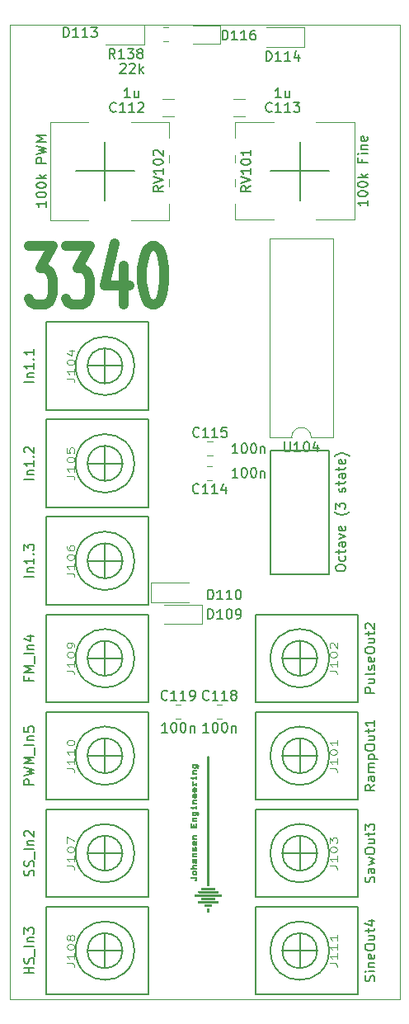
<source format=gbr>
%TF.GenerationSoftware,KiCad,Pcbnew,(5.1.0)-1*%
%TF.CreationDate,2020-03-08T21:47:15+01:00*%
%TF.ProjectId,KicadJE_AC3340_RevA _PCB,4b696361-644a-4455-9f41-43333334305f,rev?*%
%TF.SameCoordinates,Original*%
%TF.FileFunction,Legend,Top*%
%TF.FilePolarity,Positive*%
%FSLAX46Y46*%
G04 Gerber Fmt 4.6, Leading zero omitted, Abs format (unit mm)*
G04 Created by KiCad (PCBNEW (5.1.0)-1) date 2020-03-08 21:47:15*
%MOMM*%
%LPD*%
G04 APERTURE LIST*
%ADD10C,1.000000*%
%ADD11C,0.050000*%
%ADD12C,0.010000*%
%ADD13C,0.120000*%
%ADD14C,0.150000*%
%ADD15C,0.125000*%
G04 APERTURE END LIST*
D10*
X51952380Y-72714285D02*
X54428571Y-72714285D01*
X53095238Y-75000000D01*
X53666666Y-75000000D01*
X54047619Y-75285714D01*
X54238095Y-75571428D01*
X54428571Y-76142857D01*
X54428571Y-77571428D01*
X54238095Y-78142857D01*
X54047619Y-78428571D01*
X53666666Y-78714285D01*
X52523809Y-78714285D01*
X52142857Y-78428571D01*
X51952380Y-78142857D01*
X55761904Y-72714285D02*
X58238095Y-72714285D01*
X56904761Y-75000000D01*
X57476190Y-75000000D01*
X57857142Y-75285714D01*
X58047619Y-75571428D01*
X58238095Y-76142857D01*
X58238095Y-77571428D01*
X58047619Y-78142857D01*
X57857142Y-78428571D01*
X57476190Y-78714285D01*
X56333333Y-78714285D01*
X55952380Y-78428571D01*
X55761904Y-78142857D01*
X61666666Y-74714285D02*
X61666666Y-78714285D01*
X60714285Y-72428571D02*
X59761904Y-76714285D01*
X62238095Y-76714285D01*
X64523809Y-72714285D02*
X64904761Y-72714285D01*
X65285714Y-73000000D01*
X65476190Y-73285714D01*
X65666666Y-73857142D01*
X65857142Y-75000000D01*
X65857142Y-76428571D01*
X65666666Y-77571428D01*
X65476190Y-78142857D01*
X65285714Y-78428571D01*
X64904761Y-78714285D01*
X64523809Y-78714285D01*
X64142857Y-78428571D01*
X63952380Y-78142857D01*
X63761904Y-77571428D01*
X63571428Y-76428571D01*
X63571428Y-75000000D01*
X63761904Y-73857142D01*
X63952380Y-73285714D01*
X64142857Y-73000000D01*
X64523809Y-72714285D01*
D11*
X50000000Y-150000000D02*
X50000000Y-50000000D01*
X90000000Y-150000000D02*
X50000000Y-150000000D01*
X90000000Y-50000000D02*
X90000000Y-150000000D01*
X50000000Y-50000000D02*
X90000000Y-50000000D01*
D12*
G36*
X68649800Y-127208800D02*
G01*
X68649800Y-127323100D01*
X68522800Y-127323100D01*
X68522800Y-127208800D01*
X68649800Y-127208800D01*
X68649800Y-127208800D01*
G37*
X68649800Y-127208800D02*
X68649800Y-127323100D01*
X68522800Y-127323100D01*
X68522800Y-127208800D01*
X68649800Y-127208800D01*
G36*
X68649800Y-130256800D02*
G01*
X68649800Y-130371100D01*
X68522800Y-130371100D01*
X68522800Y-130256800D01*
X68649800Y-130256800D01*
X68649800Y-130256800D01*
G37*
X68649800Y-130256800D02*
X68649800Y-130371100D01*
X68522800Y-130371100D01*
X68522800Y-130256800D01*
X68649800Y-130256800D01*
G36*
X68692318Y-126561886D02*
G01*
X68709123Y-126526805D01*
X68724926Y-126507326D01*
X68761953Y-126465850D01*
X68953526Y-126461761D01*
X69145100Y-126457671D01*
X69145100Y-126561100D01*
X68980907Y-126561100D01*
X68909817Y-126561686D01*
X68859877Y-126563747D01*
X68826854Y-126567742D01*
X68806520Y-126574130D01*
X68796757Y-126581058D01*
X68778974Y-126614713D01*
X68780874Y-126654440D01*
X68800204Y-126693498D01*
X68834714Y-126725149D01*
X68847154Y-126731938D01*
X68883806Y-126743073D01*
X68938629Y-126749495D01*
X69015050Y-126751600D01*
X69145100Y-126751600D01*
X69145100Y-126853200D01*
X68700600Y-126853200D01*
X68700600Y-126802400D01*
X68702142Y-126769808D01*
X68710281Y-126755319D01*
X68730282Y-126751670D01*
X68737430Y-126751600D01*
X68774260Y-126751600D01*
X68731080Y-126708420D01*
X68703238Y-126676232D01*
X68690684Y-126645685D01*
X68687900Y-126607021D01*
X68692318Y-126561886D01*
X68692318Y-126561886D01*
G37*
X68692318Y-126561886D02*
X68709123Y-126526805D01*
X68724926Y-126507326D01*
X68761953Y-126465850D01*
X68953526Y-126461761D01*
X69145100Y-126457671D01*
X69145100Y-126561100D01*
X68980907Y-126561100D01*
X68909817Y-126561686D01*
X68859877Y-126563747D01*
X68826854Y-126567742D01*
X68806520Y-126574130D01*
X68796757Y-126581058D01*
X68778974Y-126614713D01*
X68780874Y-126654440D01*
X68800204Y-126693498D01*
X68834714Y-126725149D01*
X68847154Y-126731938D01*
X68883806Y-126743073D01*
X68938629Y-126749495D01*
X69015050Y-126751600D01*
X69145100Y-126751600D01*
X69145100Y-126853200D01*
X68700600Y-126853200D01*
X68700600Y-126802400D01*
X68702142Y-126769808D01*
X68710281Y-126755319D01*
X68730282Y-126751670D01*
X68737430Y-126751600D01*
X68774260Y-126751600D01*
X68731080Y-126708420D01*
X68703238Y-126676232D01*
X68690684Y-126645685D01*
X68687900Y-126607021D01*
X68692318Y-126561886D01*
G36*
X69056200Y-127208800D02*
G01*
X69056200Y-127158000D01*
X69057545Y-127125475D01*
X69065854Y-127111021D01*
X69087533Y-127107314D01*
X69100650Y-127107200D01*
X69145100Y-127107200D01*
X69145100Y-127412000D01*
X69100650Y-127412000D01*
X69070858Y-127410035D01*
X69058640Y-127398943D01*
X69056205Y-127370934D01*
X69056200Y-127367550D01*
X69056200Y-127323100D01*
X68789500Y-127323100D01*
X68789500Y-127367550D01*
X68787534Y-127397342D01*
X68776442Y-127409560D01*
X68748433Y-127411995D01*
X68745050Y-127412000D01*
X68700600Y-127412000D01*
X68700600Y-127208800D01*
X69056200Y-127208800D01*
X69056200Y-127208800D01*
G37*
X69056200Y-127208800D02*
X69056200Y-127158000D01*
X69057545Y-127125475D01*
X69065854Y-127111021D01*
X69087533Y-127107314D01*
X69100650Y-127107200D01*
X69145100Y-127107200D01*
X69145100Y-127412000D01*
X69100650Y-127412000D01*
X69070858Y-127410035D01*
X69058640Y-127398943D01*
X69056205Y-127370934D01*
X69056200Y-127367550D01*
X69056200Y-127323100D01*
X68789500Y-127323100D01*
X68789500Y-127367550D01*
X68787534Y-127397342D01*
X68776442Y-127409560D01*
X68748433Y-127411995D01*
X68745050Y-127412000D01*
X68700600Y-127412000D01*
X68700600Y-127208800D01*
X69056200Y-127208800D01*
G36*
X68690912Y-127666301D02*
G01*
X68700885Y-127641484D01*
X68720931Y-127634984D01*
X68749630Y-127641887D01*
X68775131Y-127652538D01*
X68785481Y-127666392D01*
X68785040Y-127692407D01*
X68782606Y-127709649D01*
X68783141Y-127770884D01*
X68801791Y-127824772D01*
X68835879Y-127864894D01*
X68851368Y-127874707D01*
X68891577Y-127887319D01*
X68947735Y-127893953D01*
X68973019Y-127894600D01*
X69056200Y-127894600D01*
X69056200Y-127843800D01*
X69057545Y-127811275D01*
X69065854Y-127796821D01*
X69087533Y-127793114D01*
X69100650Y-127793000D01*
X69145100Y-127793000D01*
X69145100Y-128097800D01*
X69100650Y-128097800D01*
X69072190Y-128096263D01*
X69059542Y-128086767D01*
X69056299Y-128061990D01*
X69056200Y-128047000D01*
X69056200Y-127996200D01*
X68776800Y-127996200D01*
X68776800Y-128047000D01*
X68775295Y-128079574D01*
X68767142Y-128094054D01*
X68746881Y-128097720D01*
X68738700Y-128097800D01*
X68700600Y-128097800D01*
X68700600Y-127894600D01*
X68782890Y-127894600D01*
X68747307Y-127861607D01*
X68710769Y-127817537D01*
X68692216Y-127766255D01*
X68688094Y-127712799D01*
X68690912Y-127666301D01*
X68690912Y-127666301D01*
G37*
X68690912Y-127666301D02*
X68700885Y-127641484D01*
X68720931Y-127634984D01*
X68749630Y-127641887D01*
X68775131Y-127652538D01*
X68785481Y-127666392D01*
X68785040Y-127692407D01*
X68782606Y-127709649D01*
X68783141Y-127770884D01*
X68801791Y-127824772D01*
X68835879Y-127864894D01*
X68851368Y-127874707D01*
X68891577Y-127887319D01*
X68947735Y-127893953D01*
X68973019Y-127894600D01*
X69056200Y-127894600D01*
X69056200Y-127843800D01*
X69057545Y-127811275D01*
X69065854Y-127796821D01*
X69087533Y-127793114D01*
X69100650Y-127793000D01*
X69145100Y-127793000D01*
X69145100Y-128097800D01*
X69100650Y-128097800D01*
X69072190Y-128096263D01*
X69059542Y-128086767D01*
X69056299Y-128061990D01*
X69056200Y-128047000D01*
X69056200Y-127996200D01*
X68776800Y-127996200D01*
X68776800Y-128047000D01*
X68775295Y-128079574D01*
X68767142Y-128094054D01*
X68746881Y-128097720D01*
X68738700Y-128097800D01*
X68700600Y-128097800D01*
X68700600Y-127894600D01*
X68782890Y-127894600D01*
X68747307Y-127861607D01*
X68710769Y-127817537D01*
X68692216Y-127766255D01*
X68688094Y-127712799D01*
X68690912Y-127666301D01*
G36*
X68692318Y-129609886D02*
G01*
X68709123Y-129574805D01*
X68724926Y-129555326D01*
X68761953Y-129513850D01*
X68953526Y-129509761D01*
X69145100Y-129505671D01*
X69145100Y-129609100D01*
X68980907Y-129609100D01*
X68909817Y-129609686D01*
X68859877Y-129611747D01*
X68826854Y-129615742D01*
X68806520Y-129622130D01*
X68796757Y-129629058D01*
X68778974Y-129662713D01*
X68780874Y-129702440D01*
X68800204Y-129741498D01*
X68834714Y-129773149D01*
X68847154Y-129779938D01*
X68883806Y-129791073D01*
X68938629Y-129797495D01*
X69015050Y-129799600D01*
X69145100Y-129799600D01*
X69145100Y-129901200D01*
X68700600Y-129901200D01*
X68700600Y-129850400D01*
X68702142Y-129817808D01*
X68710281Y-129803319D01*
X68730282Y-129799670D01*
X68737430Y-129799600D01*
X68774260Y-129799600D01*
X68731080Y-129756420D01*
X68703238Y-129724232D01*
X68690684Y-129693685D01*
X68687900Y-129655021D01*
X68692318Y-129609886D01*
X68692318Y-129609886D01*
G37*
X68692318Y-129609886D02*
X68709123Y-129574805D01*
X68724926Y-129555326D01*
X68761953Y-129513850D01*
X68953526Y-129509761D01*
X69145100Y-129505671D01*
X69145100Y-129609100D01*
X68980907Y-129609100D01*
X68909817Y-129609686D01*
X68859877Y-129611747D01*
X68826854Y-129615742D01*
X68806520Y-129622130D01*
X68796757Y-129629058D01*
X68778974Y-129662713D01*
X68780874Y-129702440D01*
X68800204Y-129741498D01*
X68834714Y-129773149D01*
X68847154Y-129779938D01*
X68883806Y-129791073D01*
X68938629Y-129797495D01*
X69015050Y-129799600D01*
X69145100Y-129799600D01*
X69145100Y-129901200D01*
X68700600Y-129901200D01*
X68700600Y-129850400D01*
X68702142Y-129817808D01*
X68710281Y-129803319D01*
X68730282Y-129799670D01*
X68737430Y-129799600D01*
X68774260Y-129799600D01*
X68731080Y-129756420D01*
X68703238Y-129724232D01*
X68690684Y-129693685D01*
X68687900Y-129655021D01*
X68692318Y-129609886D01*
G36*
X69056200Y-130256800D02*
G01*
X69056200Y-130206000D01*
X69057545Y-130173475D01*
X69065854Y-130159021D01*
X69087533Y-130155314D01*
X69100650Y-130155200D01*
X69145100Y-130155200D01*
X69145100Y-130460000D01*
X69100650Y-130460000D01*
X69070858Y-130458035D01*
X69058640Y-130446943D01*
X69056205Y-130418934D01*
X69056200Y-130415550D01*
X69056200Y-130371100D01*
X68789500Y-130371100D01*
X68789500Y-130415550D01*
X68787534Y-130445342D01*
X68776442Y-130457560D01*
X68748433Y-130459995D01*
X68745050Y-130460000D01*
X68700600Y-130460000D01*
X68700600Y-130256800D01*
X69056200Y-130256800D01*
X69056200Y-130256800D01*
G37*
X69056200Y-130256800D02*
X69056200Y-130206000D01*
X69057545Y-130173475D01*
X69065854Y-130159021D01*
X69087533Y-130155314D01*
X69100650Y-130155200D01*
X69145100Y-130155200D01*
X69145100Y-130460000D01*
X69100650Y-130460000D01*
X69070858Y-130458035D01*
X69058640Y-130446943D01*
X69056205Y-130418934D01*
X69056200Y-130415550D01*
X69056200Y-130371100D01*
X68789500Y-130371100D01*
X68789500Y-130415550D01*
X68787534Y-130445342D01*
X68776442Y-130457560D01*
X68748433Y-130459995D01*
X68745050Y-130460000D01*
X68700600Y-130460000D01*
X68700600Y-130256800D01*
X69056200Y-130256800D01*
G36*
X68692318Y-131438686D02*
G01*
X68709123Y-131403605D01*
X68724926Y-131384126D01*
X68761953Y-131342650D01*
X68953526Y-131338561D01*
X69145100Y-131334471D01*
X69145100Y-131437900D01*
X68980907Y-131437900D01*
X68909817Y-131438486D01*
X68859877Y-131440547D01*
X68826854Y-131444542D01*
X68806520Y-131450930D01*
X68796757Y-131457858D01*
X68778974Y-131491513D01*
X68780874Y-131531240D01*
X68800204Y-131570298D01*
X68834714Y-131601949D01*
X68847154Y-131608738D01*
X68883806Y-131619873D01*
X68938629Y-131626295D01*
X69015050Y-131628400D01*
X69145100Y-131628400D01*
X69145100Y-131730000D01*
X68700600Y-131730000D01*
X68700600Y-131679200D01*
X68702142Y-131646608D01*
X68710281Y-131632119D01*
X68730282Y-131628470D01*
X68737430Y-131628400D01*
X68774260Y-131628400D01*
X68731080Y-131585220D01*
X68703238Y-131553032D01*
X68690684Y-131522485D01*
X68687900Y-131483821D01*
X68692318Y-131438686D01*
X68692318Y-131438686D01*
G37*
X68692318Y-131438686D02*
X68709123Y-131403605D01*
X68724926Y-131384126D01*
X68761953Y-131342650D01*
X68953526Y-131338561D01*
X69145100Y-131334471D01*
X69145100Y-131437900D01*
X68980907Y-131437900D01*
X68909817Y-131438486D01*
X68859877Y-131440547D01*
X68826854Y-131444542D01*
X68806520Y-131450930D01*
X68796757Y-131457858D01*
X68778974Y-131491513D01*
X68780874Y-131531240D01*
X68800204Y-131570298D01*
X68834714Y-131601949D01*
X68847154Y-131608738D01*
X68883806Y-131619873D01*
X68938629Y-131626295D01*
X69015050Y-131628400D01*
X69145100Y-131628400D01*
X69145100Y-131730000D01*
X68700600Y-131730000D01*
X68700600Y-131679200D01*
X68702142Y-131646608D01*
X68710281Y-131632119D01*
X68730282Y-131628470D01*
X68737430Y-131628400D01*
X68774260Y-131628400D01*
X68731080Y-131585220D01*
X68703238Y-131553032D01*
X68690684Y-131522485D01*
X68687900Y-131483821D01*
X68692318Y-131438686D01*
G36*
X68611700Y-131945900D02*
G01*
X68611700Y-132238000D01*
X68789500Y-132238000D01*
X68789500Y-132009400D01*
X68878400Y-132009400D01*
X68878400Y-132238000D01*
X69056200Y-132238000D01*
X69056200Y-131945900D01*
X69145100Y-131945900D01*
X69145100Y-132339600D01*
X68522800Y-132339600D01*
X68522800Y-131945900D01*
X68611700Y-131945900D01*
X68611700Y-131945900D01*
G37*
X68611700Y-131945900D02*
X68611700Y-132238000D01*
X68789500Y-132238000D01*
X68789500Y-132009400D01*
X68878400Y-132009400D01*
X68878400Y-132238000D01*
X69056200Y-132238000D01*
X69056200Y-131945900D01*
X69145100Y-131945900D01*
X69145100Y-132339600D01*
X68522800Y-132339600D01*
X68522800Y-131945900D01*
X68611700Y-131945900D01*
G36*
X68692318Y-133254786D02*
G01*
X68709123Y-133219705D01*
X68724926Y-133200226D01*
X68761953Y-133158750D01*
X68953526Y-133154661D01*
X69145100Y-133150571D01*
X69145100Y-133254000D01*
X68980907Y-133254000D01*
X68909817Y-133254586D01*
X68859877Y-133256647D01*
X68826854Y-133260642D01*
X68806520Y-133267030D01*
X68796757Y-133273958D01*
X68778974Y-133307613D01*
X68780874Y-133347340D01*
X68800204Y-133386398D01*
X68834714Y-133418049D01*
X68847154Y-133424838D01*
X68883806Y-133435973D01*
X68938629Y-133442395D01*
X69015050Y-133444500D01*
X69145100Y-133444500D01*
X69145100Y-133546100D01*
X68700600Y-133546100D01*
X68700600Y-133495300D01*
X68702142Y-133462708D01*
X68710281Y-133448219D01*
X68730282Y-133444570D01*
X68737430Y-133444500D01*
X68774260Y-133444500D01*
X68731080Y-133401320D01*
X68703238Y-133369132D01*
X68690684Y-133338585D01*
X68687900Y-133299921D01*
X68692318Y-133254786D01*
X68692318Y-133254786D01*
G37*
X68692318Y-133254786D02*
X68709123Y-133219705D01*
X68724926Y-133200226D01*
X68761953Y-133158750D01*
X68953526Y-133154661D01*
X69145100Y-133150571D01*
X69145100Y-133254000D01*
X68980907Y-133254000D01*
X68909817Y-133254586D01*
X68859877Y-133256647D01*
X68826854Y-133260642D01*
X68806520Y-133267030D01*
X68796757Y-133273958D01*
X68778974Y-133307613D01*
X68780874Y-133347340D01*
X68800204Y-133386398D01*
X68834714Y-133418049D01*
X68847154Y-133424838D01*
X68883806Y-133435973D01*
X68938629Y-133442395D01*
X69015050Y-133444500D01*
X69145100Y-133444500D01*
X69145100Y-133546100D01*
X68700600Y-133546100D01*
X68700600Y-133495300D01*
X68702142Y-133462708D01*
X68710281Y-133448219D01*
X68730282Y-133444570D01*
X68737430Y-133444500D01*
X68774260Y-133444500D01*
X68731080Y-133401320D01*
X68703238Y-133369132D01*
X68690684Y-133338585D01*
X68687900Y-133299921D01*
X68692318Y-133254786D01*
G36*
X68692318Y-135083586D02*
G01*
X68709123Y-135048505D01*
X68724926Y-135029026D01*
X68761953Y-134987550D01*
X68953526Y-134983461D01*
X69145100Y-134979371D01*
X69145100Y-135082800D01*
X68980907Y-135082800D01*
X68909817Y-135083386D01*
X68859877Y-135085447D01*
X68826854Y-135089442D01*
X68806520Y-135095830D01*
X68796757Y-135102758D01*
X68778974Y-135136413D01*
X68780874Y-135176140D01*
X68800204Y-135215198D01*
X68834714Y-135246849D01*
X68847154Y-135253638D01*
X68883806Y-135264773D01*
X68938629Y-135271195D01*
X69015050Y-135273300D01*
X69145100Y-135273300D01*
X69145100Y-135374900D01*
X68700600Y-135374900D01*
X68700600Y-135324100D01*
X68702142Y-135291508D01*
X68710281Y-135277019D01*
X68730282Y-135273370D01*
X68737430Y-135273300D01*
X68774260Y-135273300D01*
X68731080Y-135230120D01*
X68703238Y-135197932D01*
X68690684Y-135167385D01*
X68687900Y-135128721D01*
X68692318Y-135083586D01*
X68692318Y-135083586D01*
G37*
X68692318Y-135083586D02*
X68709123Y-135048505D01*
X68724926Y-135029026D01*
X68761953Y-134987550D01*
X68953526Y-134983461D01*
X69145100Y-134979371D01*
X69145100Y-135082800D01*
X68980907Y-135082800D01*
X68909817Y-135083386D01*
X68859877Y-135085447D01*
X68826854Y-135089442D01*
X68806520Y-135095830D01*
X68796757Y-135102758D01*
X68778974Y-135136413D01*
X68780874Y-135176140D01*
X68800204Y-135215198D01*
X68834714Y-135246849D01*
X68847154Y-135253638D01*
X68883806Y-135264773D01*
X68938629Y-135271195D01*
X69015050Y-135273300D01*
X69145100Y-135273300D01*
X69145100Y-135374900D01*
X68700600Y-135374900D01*
X68700600Y-135324100D01*
X68702142Y-135291508D01*
X68710281Y-135277019D01*
X68730282Y-135273370D01*
X68737430Y-135273300D01*
X68774260Y-135273300D01*
X68731080Y-135230120D01*
X68703238Y-135197932D01*
X68690684Y-135167385D01*
X68687900Y-135128721D01*
X68692318Y-135083586D01*
G36*
X68777200Y-136492500D02*
G01*
X68737268Y-136456821D01*
X68710600Y-136427389D01*
X68696655Y-136393523D01*
X68691176Y-136357035D01*
X68689143Y-136316057D01*
X68695321Y-136288191D01*
X68713284Y-136261577D01*
X68723485Y-136249839D01*
X68761953Y-136206750D01*
X68953526Y-136202661D01*
X69145100Y-136198571D01*
X69145100Y-136302000D01*
X68980907Y-136302000D01*
X68909817Y-136302586D01*
X68859877Y-136304647D01*
X68826854Y-136308642D01*
X68806520Y-136315030D01*
X68796757Y-136321958D01*
X68778974Y-136355613D01*
X68780874Y-136395340D01*
X68800204Y-136434398D01*
X68834714Y-136466049D01*
X68847154Y-136472838D01*
X68883806Y-136483973D01*
X68938629Y-136490395D01*
X69015050Y-136492500D01*
X69145100Y-136492500D01*
X69145100Y-136594100D01*
X68522800Y-136594100D01*
X68522800Y-136492500D01*
X68777200Y-136492500D01*
X68777200Y-136492500D01*
G37*
X68777200Y-136492500D02*
X68737268Y-136456821D01*
X68710600Y-136427389D01*
X68696655Y-136393523D01*
X68691176Y-136357035D01*
X68689143Y-136316057D01*
X68695321Y-136288191D01*
X68713284Y-136261577D01*
X68723485Y-136249839D01*
X68761953Y-136206750D01*
X68953526Y-136202661D01*
X69145100Y-136198571D01*
X69145100Y-136302000D01*
X68980907Y-136302000D01*
X68909817Y-136302586D01*
X68859877Y-136304647D01*
X68826854Y-136308642D01*
X68806520Y-136315030D01*
X68796757Y-136321958D01*
X68778974Y-136355613D01*
X68780874Y-136395340D01*
X68800204Y-136434398D01*
X68834714Y-136466049D01*
X68847154Y-136472838D01*
X68883806Y-136483973D01*
X68938629Y-136490395D01*
X69015050Y-136492500D01*
X69145100Y-136492500D01*
X69145100Y-136594100D01*
X68522800Y-136594100D01*
X68522800Y-136492500D01*
X68777200Y-136492500D01*
G36*
X68695787Y-128419587D02*
G01*
X68720491Y-128357919D01*
X68753111Y-128317482D01*
X68805044Y-128282639D01*
X68873481Y-128255769D01*
X68919675Y-128244885D01*
X68967300Y-128236350D01*
X68967300Y-128617956D01*
X68998437Y-128603769D01*
X69029278Y-128577985D01*
X69053967Y-128536383D01*
X69067471Y-128488520D01*
X69068621Y-128470531D01*
X69063124Y-128436294D01*
X69049704Y-128394289D01*
X69043985Y-128380696D01*
X69019628Y-128327041D01*
X69052101Y-128301499D01*
X69084573Y-128275956D01*
X69109353Y-128307458D01*
X69140285Y-128365308D01*
X69155651Y-128435534D01*
X69154756Y-128509919D01*
X69136909Y-128580249D01*
X69133118Y-128589086D01*
X69094411Y-128645914D01*
X69040243Y-128686944D01*
X68975896Y-128711035D01*
X68906654Y-128717044D01*
X68858435Y-128707789D01*
X68858435Y-128606029D01*
X68869892Y-128595135D01*
X68876036Y-128563414D01*
X68878276Y-128508943D01*
X68878400Y-128485150D01*
X68877503Y-128425863D01*
X68874482Y-128388376D01*
X68868842Y-128369144D01*
X68861563Y-128364500D01*
X68842145Y-128373101D01*
X68816977Y-128394122D01*
X68813938Y-128397274D01*
X68791118Y-128431949D01*
X68783285Y-128476316D01*
X68783150Y-128485150D01*
X68788951Y-128532169D01*
X68809083Y-128567616D01*
X68813938Y-128573027D01*
X68840254Y-128598019D01*
X68858435Y-128606029D01*
X68858435Y-128707789D01*
X68837800Y-128703828D01*
X68774617Y-128670247D01*
X68770889Y-128667377D01*
X68726662Y-128617788D01*
X68699191Y-128555784D01*
X68688794Y-128487630D01*
X68695787Y-128419587D01*
X68695787Y-128419587D01*
G37*
X68695787Y-128419587D02*
X68720491Y-128357919D01*
X68753111Y-128317482D01*
X68805044Y-128282639D01*
X68873481Y-128255769D01*
X68919675Y-128244885D01*
X68967300Y-128236350D01*
X68967300Y-128617956D01*
X68998437Y-128603769D01*
X69029278Y-128577985D01*
X69053967Y-128536383D01*
X69067471Y-128488520D01*
X69068621Y-128470531D01*
X69063124Y-128436294D01*
X69049704Y-128394289D01*
X69043985Y-128380696D01*
X69019628Y-128327041D01*
X69052101Y-128301499D01*
X69084573Y-128275956D01*
X69109353Y-128307458D01*
X69140285Y-128365308D01*
X69155651Y-128435534D01*
X69154756Y-128509919D01*
X69136909Y-128580249D01*
X69133118Y-128589086D01*
X69094411Y-128645914D01*
X69040243Y-128686944D01*
X68975896Y-128711035D01*
X68906654Y-128717044D01*
X68858435Y-128707789D01*
X68858435Y-128606029D01*
X68869892Y-128595135D01*
X68876036Y-128563414D01*
X68878276Y-128508943D01*
X68878400Y-128485150D01*
X68877503Y-128425863D01*
X68874482Y-128388376D01*
X68868842Y-128369144D01*
X68861563Y-128364500D01*
X68842145Y-128373101D01*
X68816977Y-128394122D01*
X68813938Y-128397274D01*
X68791118Y-128431949D01*
X68783285Y-128476316D01*
X68783150Y-128485150D01*
X68788951Y-128532169D01*
X68809083Y-128567616D01*
X68813938Y-128573027D01*
X68840254Y-128598019D01*
X68858435Y-128606029D01*
X68858435Y-128707789D01*
X68837800Y-128703828D01*
X68774617Y-128670247D01*
X68770889Y-128667377D01*
X68726662Y-128617788D01*
X68699191Y-128555784D01*
X68688794Y-128487630D01*
X68695787Y-128419587D01*
G36*
X68695787Y-129029187D02*
G01*
X68720491Y-128967519D01*
X68753111Y-128927082D01*
X68805044Y-128892239D01*
X68873481Y-128865369D01*
X68919675Y-128854485D01*
X68967300Y-128845950D01*
X68967300Y-129227556D01*
X68998437Y-129213369D01*
X69029278Y-129187585D01*
X69053967Y-129145983D01*
X69067471Y-129098120D01*
X69068621Y-129080131D01*
X69063124Y-129045894D01*
X69049704Y-129003889D01*
X69043985Y-128990296D01*
X69019628Y-128936641D01*
X69052101Y-128911099D01*
X69084573Y-128885556D01*
X69109353Y-128917058D01*
X69140285Y-128974908D01*
X69155651Y-129045134D01*
X69154756Y-129119519D01*
X69136909Y-129189849D01*
X69133118Y-129198686D01*
X69094411Y-129255514D01*
X69040243Y-129296544D01*
X68975896Y-129320635D01*
X68906654Y-129326644D01*
X68858435Y-129317389D01*
X68858435Y-129215629D01*
X68869892Y-129204735D01*
X68876036Y-129173014D01*
X68878276Y-129118543D01*
X68878400Y-129094750D01*
X68877503Y-129035463D01*
X68874482Y-128997976D01*
X68868842Y-128978744D01*
X68861563Y-128974100D01*
X68842145Y-128982701D01*
X68816977Y-129003722D01*
X68813938Y-129006874D01*
X68791118Y-129041549D01*
X68783285Y-129085916D01*
X68783150Y-129094750D01*
X68788951Y-129141769D01*
X68809083Y-129177216D01*
X68813938Y-129182627D01*
X68840254Y-129207619D01*
X68858435Y-129215629D01*
X68858435Y-129317389D01*
X68837800Y-129313428D01*
X68774617Y-129279847D01*
X68770889Y-129276977D01*
X68726662Y-129227388D01*
X68699191Y-129165384D01*
X68688794Y-129097230D01*
X68695787Y-129029187D01*
X68695787Y-129029187D01*
G37*
X68695787Y-129029187D02*
X68720491Y-128967519D01*
X68753111Y-128927082D01*
X68805044Y-128892239D01*
X68873481Y-128865369D01*
X68919675Y-128854485D01*
X68967300Y-128845950D01*
X68967300Y-129227556D01*
X68998437Y-129213369D01*
X69029278Y-129187585D01*
X69053967Y-129145983D01*
X69067471Y-129098120D01*
X69068621Y-129080131D01*
X69063124Y-129045894D01*
X69049704Y-129003889D01*
X69043985Y-128990296D01*
X69019628Y-128936641D01*
X69052101Y-128911099D01*
X69084573Y-128885556D01*
X69109353Y-128917058D01*
X69140285Y-128974908D01*
X69155651Y-129045134D01*
X69154756Y-129119519D01*
X69136909Y-129189849D01*
X69133118Y-129198686D01*
X69094411Y-129255514D01*
X69040243Y-129296544D01*
X68975896Y-129320635D01*
X68906654Y-129326644D01*
X68858435Y-129317389D01*
X68858435Y-129215629D01*
X68869892Y-129204735D01*
X68876036Y-129173014D01*
X68878276Y-129118543D01*
X68878400Y-129094750D01*
X68877503Y-129035463D01*
X68874482Y-128997976D01*
X68868842Y-128978744D01*
X68861563Y-128974100D01*
X68842145Y-128982701D01*
X68816977Y-129003722D01*
X68813938Y-129006874D01*
X68791118Y-129041549D01*
X68783285Y-129085916D01*
X68783150Y-129094750D01*
X68788951Y-129141769D01*
X68809083Y-129177216D01*
X68813938Y-129182627D01*
X68840254Y-129207619D01*
X68858435Y-129215629D01*
X68858435Y-129317389D01*
X68837800Y-129313428D01*
X68774617Y-129279847D01*
X68770889Y-129276977D01*
X68726662Y-129227388D01*
X68699191Y-129165384D01*
X68688794Y-129097230D01*
X68695787Y-129029187D01*
G36*
X68695787Y-133893287D02*
G01*
X68720491Y-133831619D01*
X68753111Y-133791182D01*
X68805044Y-133756339D01*
X68873481Y-133729469D01*
X68919675Y-133718585D01*
X68967300Y-133710050D01*
X68967300Y-134091656D01*
X68998437Y-134077469D01*
X69029278Y-134051685D01*
X69053967Y-134010083D01*
X69067471Y-133962220D01*
X69068621Y-133944231D01*
X69063124Y-133909994D01*
X69049704Y-133867989D01*
X69043985Y-133854396D01*
X69019628Y-133800741D01*
X69052101Y-133775199D01*
X69084573Y-133749656D01*
X69109353Y-133781158D01*
X69140285Y-133839008D01*
X69155651Y-133909234D01*
X69154756Y-133983619D01*
X69136909Y-134053949D01*
X69133118Y-134062786D01*
X69094411Y-134119614D01*
X69040243Y-134160644D01*
X68975896Y-134184735D01*
X68906654Y-134190744D01*
X68858435Y-134181489D01*
X68858435Y-134079729D01*
X68869892Y-134068835D01*
X68876036Y-134037114D01*
X68878276Y-133982643D01*
X68878400Y-133958850D01*
X68877503Y-133899563D01*
X68874482Y-133862076D01*
X68868842Y-133842844D01*
X68861563Y-133838200D01*
X68842145Y-133846801D01*
X68816977Y-133867822D01*
X68813938Y-133870974D01*
X68791118Y-133905649D01*
X68783285Y-133950016D01*
X68783150Y-133958850D01*
X68788951Y-134005869D01*
X68809083Y-134041316D01*
X68813938Y-134046727D01*
X68840254Y-134071719D01*
X68858435Y-134079729D01*
X68858435Y-134181489D01*
X68837800Y-134177528D01*
X68774617Y-134143947D01*
X68770889Y-134141077D01*
X68726662Y-134091488D01*
X68699191Y-134029484D01*
X68688794Y-133961330D01*
X68695787Y-133893287D01*
X68695787Y-133893287D01*
G37*
X68695787Y-133893287D02*
X68720491Y-133831619D01*
X68753111Y-133791182D01*
X68805044Y-133756339D01*
X68873481Y-133729469D01*
X68919675Y-133718585D01*
X68967300Y-133710050D01*
X68967300Y-134091656D01*
X68998437Y-134077469D01*
X69029278Y-134051685D01*
X69053967Y-134010083D01*
X69067471Y-133962220D01*
X69068621Y-133944231D01*
X69063124Y-133909994D01*
X69049704Y-133867989D01*
X69043985Y-133854396D01*
X69019628Y-133800741D01*
X69052101Y-133775199D01*
X69084573Y-133749656D01*
X69109353Y-133781158D01*
X69140285Y-133839008D01*
X69155651Y-133909234D01*
X69154756Y-133983619D01*
X69136909Y-134053949D01*
X69133118Y-134062786D01*
X69094411Y-134119614D01*
X69040243Y-134160644D01*
X68975896Y-134184735D01*
X68906654Y-134190744D01*
X68858435Y-134181489D01*
X68858435Y-134079729D01*
X68869892Y-134068835D01*
X68876036Y-134037114D01*
X68878276Y-133982643D01*
X68878400Y-133958850D01*
X68877503Y-133899563D01*
X68874482Y-133862076D01*
X68868842Y-133842844D01*
X68861563Y-133838200D01*
X68842145Y-133846801D01*
X68816977Y-133867822D01*
X68813938Y-133870974D01*
X68791118Y-133905649D01*
X68783285Y-133950016D01*
X68783150Y-133958850D01*
X68788951Y-134005869D01*
X68809083Y-134041316D01*
X68813938Y-134046727D01*
X68840254Y-134071719D01*
X68858435Y-134079729D01*
X68858435Y-134181489D01*
X68837800Y-134177528D01*
X68774617Y-134143947D01*
X68770889Y-134141077D01*
X68726662Y-134091488D01*
X68699191Y-134029484D01*
X68688794Y-133961330D01*
X68695787Y-133893287D01*
G36*
X68694386Y-134499368D02*
G01*
X68708028Y-134444160D01*
X68728107Y-134404078D01*
X68731961Y-134399511D01*
X68753001Y-134390917D01*
X68778982Y-134395732D01*
X68800658Y-134409704D01*
X68808784Y-134428581D01*
X68807362Y-134434188D01*
X68791203Y-134484964D01*
X68782510Y-134539754D01*
X68781212Y-134592266D01*
X68787235Y-134636210D01*
X68800507Y-134665296D01*
X68810104Y-134672404D01*
X68826955Y-134674927D01*
X68840282Y-134665480D01*
X68851783Y-134640613D01*
X68863152Y-134596880D01*
X68873894Y-134542769D01*
X68891949Y-134466464D01*
X68914676Y-134412706D01*
X68944158Y-134378777D01*
X68982478Y-134361955D01*
X69014728Y-134358900D01*
X69065487Y-134370255D01*
X69106412Y-134401971D01*
X69136315Y-134450525D01*
X69154004Y-134512393D01*
X69158289Y-134584053D01*
X69147982Y-134661981D01*
X69133852Y-134711575D01*
X69119782Y-134749830D01*
X69108020Y-134777502D01*
X69102924Y-134786310D01*
X69087125Y-134787249D01*
X69059004Y-134779123D01*
X69055634Y-134777766D01*
X69035529Y-134768832D01*
X69025070Y-134758980D01*
X69023986Y-134742547D01*
X69032007Y-134713871D01*
X69048863Y-134667288D01*
X69050186Y-134663700D01*
X69065855Y-134589338D01*
X69065520Y-134545478D01*
X69055698Y-134493214D01*
X69040062Y-134464901D01*
X69021258Y-134460543D01*
X69001932Y-134480141D01*
X68984730Y-134523697D01*
X68979532Y-134545407D01*
X68964410Y-134615533D01*
X68951934Y-134665449D01*
X68940387Y-134699967D01*
X68928053Y-134723902D01*
X68913218Y-134742064D01*
X68907425Y-134747663D01*
X68863509Y-134773593D01*
X68816210Y-134777138D01*
X68770198Y-134760004D01*
X68730141Y-134723896D01*
X68701407Y-134672399D01*
X68690142Y-134621821D01*
X68688113Y-134561366D01*
X68694386Y-134499368D01*
X68694386Y-134499368D01*
G37*
X68694386Y-134499368D02*
X68708028Y-134444160D01*
X68728107Y-134404078D01*
X68731961Y-134399511D01*
X68753001Y-134390917D01*
X68778982Y-134395732D01*
X68800658Y-134409704D01*
X68808784Y-134428581D01*
X68807362Y-134434188D01*
X68791203Y-134484964D01*
X68782510Y-134539754D01*
X68781212Y-134592266D01*
X68787235Y-134636210D01*
X68800507Y-134665296D01*
X68810104Y-134672404D01*
X68826955Y-134674927D01*
X68840282Y-134665480D01*
X68851783Y-134640613D01*
X68863152Y-134596880D01*
X68873894Y-134542769D01*
X68891949Y-134466464D01*
X68914676Y-134412706D01*
X68944158Y-134378777D01*
X68982478Y-134361955D01*
X69014728Y-134358900D01*
X69065487Y-134370255D01*
X69106412Y-134401971D01*
X69136315Y-134450525D01*
X69154004Y-134512393D01*
X69158289Y-134584053D01*
X69147982Y-134661981D01*
X69133852Y-134711575D01*
X69119782Y-134749830D01*
X69108020Y-134777502D01*
X69102924Y-134786310D01*
X69087125Y-134787249D01*
X69059004Y-134779123D01*
X69055634Y-134777766D01*
X69035529Y-134768832D01*
X69025070Y-134758980D01*
X69023986Y-134742547D01*
X69032007Y-134713871D01*
X69048863Y-134667288D01*
X69050186Y-134663700D01*
X69065855Y-134589338D01*
X69065520Y-134545478D01*
X69055698Y-134493214D01*
X69040062Y-134464901D01*
X69021258Y-134460543D01*
X69001932Y-134480141D01*
X68984730Y-134523697D01*
X68979532Y-134545407D01*
X68964410Y-134615533D01*
X68951934Y-134665449D01*
X68940387Y-134699967D01*
X68928053Y-134723902D01*
X68913218Y-134742064D01*
X68907425Y-134747663D01*
X68863509Y-134773593D01*
X68816210Y-134777138D01*
X68770198Y-134760004D01*
X68730141Y-134723896D01*
X68701407Y-134672399D01*
X68690142Y-134621821D01*
X68688113Y-134561366D01*
X68694386Y-134499368D01*
G36*
X68706458Y-135689740D02*
G01*
X68739144Y-135636031D01*
X68757923Y-135618333D01*
X68773957Y-135607265D01*
X68792230Y-135599623D01*
X68817537Y-135594782D01*
X68854675Y-135592116D01*
X68908440Y-135590999D01*
X68969012Y-135590800D01*
X69145100Y-135590800D01*
X69145100Y-135641600D01*
X69143002Y-135674784D01*
X69134441Y-135689463D01*
X69119319Y-135692400D01*
X69103311Y-135693572D01*
X69101680Y-135701127D01*
X69114802Y-135721121D01*
X69121681Y-135730465D01*
X69144024Y-135776756D01*
X69155114Y-135841775D01*
X69155321Y-135844526D01*
X69157472Y-135887907D01*
X69153939Y-135915796D01*
X69141546Y-135937974D01*
X69117115Y-135964225D01*
X69116129Y-135965211D01*
X69082043Y-135994457D01*
X69050556Y-136007540D01*
X69021764Y-136009900D01*
X69004688Y-136006270D01*
X69004688Y-135906332D01*
X69038354Y-135900867D01*
X69059379Y-135875275D01*
X69065900Y-135832426D01*
X69064447Y-135814150D01*
X69053725Y-135772017D01*
X69035989Y-135734934D01*
X69033649Y-135731600D01*
X69005884Y-135706820D01*
X68975569Y-135694732D01*
X68955397Y-135693942D01*
X68945600Y-135702043D01*
X68942604Y-135725232D01*
X68942616Y-135751882D01*
X68948505Y-135819582D01*
X68963688Y-135869617D01*
X68987104Y-135899343D01*
X69004688Y-135906332D01*
X69004688Y-136006270D01*
X68967825Y-135998431D01*
X68924750Y-135964622D01*
X68893148Y-135909370D01*
X68873630Y-135833573D01*
X68868289Y-135783817D01*
X68864585Y-135736121D01*
X68859955Y-135708713D01*
X68852538Y-135696495D01*
X68840475Y-135694371D01*
X68835836Y-135694917D01*
X68810933Y-135708173D01*
X68790309Y-135732872D01*
X68780639Y-135762864D01*
X68780668Y-135804089D01*
X68790783Y-135860594D01*
X68808898Y-135928101D01*
X68808480Y-135950633D01*
X68787849Y-135967253D01*
X68783045Y-135969537D01*
X68756525Y-135978968D01*
X68738529Y-135975184D01*
X68724106Y-135954407D01*
X68708303Y-135912857D01*
X68708138Y-135912373D01*
X68690120Y-135832843D01*
X68689838Y-135756988D01*
X68706458Y-135689740D01*
X68706458Y-135689740D01*
G37*
X68706458Y-135689740D02*
X68739144Y-135636031D01*
X68757923Y-135618333D01*
X68773957Y-135607265D01*
X68792230Y-135599623D01*
X68817537Y-135594782D01*
X68854675Y-135592116D01*
X68908440Y-135590999D01*
X68969012Y-135590800D01*
X69145100Y-135590800D01*
X69145100Y-135641600D01*
X69143002Y-135674784D01*
X69134441Y-135689463D01*
X69119319Y-135692400D01*
X69103311Y-135693572D01*
X69101680Y-135701127D01*
X69114802Y-135721121D01*
X69121681Y-135730465D01*
X69144024Y-135776756D01*
X69155114Y-135841775D01*
X69155321Y-135844526D01*
X69157472Y-135887907D01*
X69153939Y-135915796D01*
X69141546Y-135937974D01*
X69117115Y-135964225D01*
X69116129Y-135965211D01*
X69082043Y-135994457D01*
X69050556Y-136007540D01*
X69021764Y-136009900D01*
X69004688Y-136006270D01*
X69004688Y-135906332D01*
X69038354Y-135900867D01*
X69059379Y-135875275D01*
X69065900Y-135832426D01*
X69064447Y-135814150D01*
X69053725Y-135772017D01*
X69035989Y-135734934D01*
X69033649Y-135731600D01*
X69005884Y-135706820D01*
X68975569Y-135694732D01*
X68955397Y-135693942D01*
X68945600Y-135702043D01*
X68942604Y-135725232D01*
X68942616Y-135751882D01*
X68948505Y-135819582D01*
X68963688Y-135869617D01*
X68987104Y-135899343D01*
X69004688Y-135906332D01*
X69004688Y-136006270D01*
X68967825Y-135998431D01*
X68924750Y-135964622D01*
X68893148Y-135909370D01*
X68873630Y-135833573D01*
X68868289Y-135783817D01*
X68864585Y-135736121D01*
X68859955Y-135708713D01*
X68852538Y-135696495D01*
X68840475Y-135694371D01*
X68835836Y-135694917D01*
X68810933Y-135708173D01*
X68790309Y-135732872D01*
X68780639Y-135762864D01*
X68780668Y-135804089D01*
X68790783Y-135860594D01*
X68808898Y-135928101D01*
X68808480Y-135950633D01*
X68787849Y-135967253D01*
X68783045Y-135969537D01*
X68756525Y-135978968D01*
X68738529Y-135975184D01*
X68724106Y-135954407D01*
X68708303Y-135912857D01*
X68708138Y-135912373D01*
X68690120Y-135832843D01*
X68689838Y-135756988D01*
X68706458Y-135689740D01*
G36*
X68699125Y-136928234D02*
G01*
X68731026Y-136863526D01*
X68780946Y-136814138D01*
X68846222Y-136782715D01*
X68922850Y-136771900D01*
X69000946Y-136783004D01*
X69065890Y-136814658D01*
X69115231Y-136864381D01*
X69146521Y-136929689D01*
X69157311Y-137008099D01*
X69157302Y-137009618D01*
X69153339Y-137055423D01*
X69144004Y-137097360D01*
X69139872Y-137108450D01*
X69101464Y-137165573D01*
X69046767Y-137207684D01*
X68981225Y-137232914D01*
X68920613Y-137238451D01*
X68920613Y-137136311D01*
X68971333Y-137129113D01*
X69015316Y-137106582D01*
X69047772Y-137070822D01*
X69063913Y-137023940D01*
X69063383Y-136988483D01*
X69049561Y-136948482D01*
X69025119Y-136912853D01*
X69024555Y-136912283D01*
X68999695Y-136892332D01*
X68970658Y-136882596D01*
X68927372Y-136879863D01*
X68922850Y-136879850D01*
X68878557Y-136882004D01*
X68849009Y-136890817D01*
X68823742Y-136909814D01*
X68818363Y-136915064D01*
X68794450Y-136945405D01*
X68784461Y-136979953D01*
X68783150Y-137008239D01*
X68786400Y-137049347D01*
X68799203Y-137077077D01*
X68818125Y-137096284D01*
X68867947Y-137126070D01*
X68920613Y-137136311D01*
X68920613Y-137238451D01*
X68910283Y-137239395D01*
X68839388Y-137225258D01*
X68821250Y-137217797D01*
X68756733Y-137177045D01*
X68713869Y-137123606D01*
X68691689Y-137055939D01*
X68687900Y-137005616D01*
X68699125Y-136928234D01*
X68699125Y-136928234D01*
G37*
X68699125Y-136928234D02*
X68731026Y-136863526D01*
X68780946Y-136814138D01*
X68846222Y-136782715D01*
X68922850Y-136771900D01*
X69000946Y-136783004D01*
X69065890Y-136814658D01*
X69115231Y-136864381D01*
X69146521Y-136929689D01*
X69157311Y-137008099D01*
X69157302Y-137009618D01*
X69153339Y-137055423D01*
X69144004Y-137097360D01*
X69139872Y-137108450D01*
X69101464Y-137165573D01*
X69046767Y-137207684D01*
X68981225Y-137232914D01*
X68920613Y-137238451D01*
X68920613Y-137136311D01*
X68971333Y-137129113D01*
X69015316Y-137106582D01*
X69047772Y-137070822D01*
X69063913Y-137023940D01*
X69063383Y-136988483D01*
X69049561Y-136948482D01*
X69025119Y-136912853D01*
X69024555Y-136912283D01*
X68999695Y-136892332D01*
X68970658Y-136882596D01*
X68927372Y-136879863D01*
X68922850Y-136879850D01*
X68878557Y-136882004D01*
X68849009Y-136890817D01*
X68823742Y-136909814D01*
X68818363Y-136915064D01*
X68794450Y-136945405D01*
X68784461Y-136979953D01*
X68783150Y-137008239D01*
X68786400Y-137049347D01*
X68799203Y-137077077D01*
X68818125Y-137096284D01*
X68867947Y-137126070D01*
X68920613Y-137136311D01*
X68920613Y-137238451D01*
X68910283Y-137239395D01*
X68839388Y-137225258D01*
X68821250Y-137217797D01*
X68756733Y-137177045D01*
X68713869Y-137123606D01*
X68691689Y-137055939D01*
X68687900Y-137005616D01*
X68699125Y-136928234D01*
G36*
X68761409Y-137419600D02*
G01*
X68845945Y-137419793D01*
X68909353Y-137420646D01*
X68955900Y-137422573D01*
X68989855Y-137425987D01*
X69015488Y-137431300D01*
X69037068Y-137438927D01*
X69056684Y-137448175D01*
X69109147Y-137485253D01*
X69135555Y-137521200D01*
X69151642Y-137573660D01*
X69156377Y-137635735D01*
X69149199Y-137694048D01*
X69143532Y-137711694D01*
X69113215Y-137760888D01*
X69067614Y-137804109D01*
X69040955Y-137820857D01*
X69007641Y-137835563D01*
X68987654Y-137834023D01*
X68973253Y-137814179D01*
X68967617Y-137801367D01*
X68958790Y-137764497D01*
X68967789Y-137742418D01*
X68985970Y-137737100D01*
X69007685Y-137726769D01*
X69032819Y-137701312D01*
X69054987Y-137669037D01*
X69067804Y-137638250D01*
X69068900Y-137629215D01*
X69066521Y-137595624D01*
X69057494Y-137569712D01*
X69038978Y-137550511D01*
X69008134Y-137537054D01*
X68962122Y-137528372D01*
X68898104Y-137523497D01*
X68813238Y-137521461D01*
X68752030Y-137521200D01*
X68522800Y-137521200D01*
X68522800Y-137419600D01*
X68761409Y-137419600D01*
X68761409Y-137419600D01*
G37*
X68761409Y-137419600D02*
X68845945Y-137419793D01*
X68909353Y-137420646D01*
X68955900Y-137422573D01*
X68989855Y-137425987D01*
X69015488Y-137431300D01*
X69037068Y-137438927D01*
X69056684Y-137448175D01*
X69109147Y-137485253D01*
X69135555Y-137521200D01*
X69151642Y-137573660D01*
X69156377Y-137635735D01*
X69149199Y-137694048D01*
X69143532Y-137711694D01*
X69113215Y-137760888D01*
X69067614Y-137804109D01*
X69040955Y-137820857D01*
X69007641Y-137835563D01*
X68987654Y-137834023D01*
X68973253Y-137814179D01*
X68967617Y-137801367D01*
X68958790Y-137764497D01*
X68967789Y-137742418D01*
X68985970Y-137737100D01*
X69007685Y-137726769D01*
X69032819Y-137701312D01*
X69054987Y-137669037D01*
X69067804Y-137638250D01*
X69068900Y-137629215D01*
X69066521Y-137595624D01*
X69057494Y-137569712D01*
X69038978Y-137550511D01*
X69008134Y-137537054D01*
X68962122Y-137528372D01*
X68898104Y-137523497D01*
X68813238Y-137521461D01*
X68752030Y-137521200D01*
X68522800Y-137521200D01*
X68522800Y-137419600D01*
X68761409Y-137419600D01*
G36*
X68695453Y-126017526D02*
G01*
X68707276Y-125988970D01*
X68717208Y-125963304D01*
X68714762Y-125951643D01*
X68713626Y-125951500D01*
X68705469Y-125940235D01*
X68700932Y-125912090D01*
X68700600Y-125900700D01*
X68700600Y-125849900D01*
X68952721Y-125849900D01*
X69039193Y-125850035D01*
X69104155Y-125850691D01*
X69151497Y-125852249D01*
X69185109Y-125855088D01*
X69208879Y-125859588D01*
X69226699Y-125866128D01*
X69242457Y-125875090D01*
X69247996Y-125878729D01*
X69294194Y-125924135D01*
X69323830Y-125984762D01*
X69335713Y-126055611D01*
X69328656Y-126131684D01*
X69317447Y-126170696D01*
X69297420Y-126216322D01*
X69276476Y-126246448D01*
X69259251Y-126256300D01*
X69243145Y-126249064D01*
X69222029Y-126234045D01*
X69194546Y-126211790D01*
X69221998Y-126149730D01*
X69240625Y-126088491D01*
X69241271Y-126034263D01*
X69225328Y-125990831D01*
X69194187Y-125961982D01*
X69149238Y-125951501D01*
X69149155Y-125951500D01*
X69106347Y-125951500D01*
X69125723Y-125988970D01*
X69144532Y-126049539D01*
X69140756Y-126109007D01*
X69117099Y-126163859D01*
X69076262Y-126210580D01*
X69020946Y-126245656D01*
X68953853Y-126265572D01*
X68911944Y-126268694D01*
X68911944Y-126166705D01*
X68963003Y-126160163D01*
X69008341Y-126137449D01*
X69039108Y-126102503D01*
X69050009Y-126064355D01*
X69048768Y-126018804D01*
X69036299Y-125979041D01*
X69029859Y-125969417D01*
X69009334Y-125959865D01*
X68971682Y-125953690D01*
X68924854Y-125950964D01*
X68876803Y-125951755D01*
X68835480Y-125956133D01*
X68808838Y-125964169D01*
X68804776Y-125967447D01*
X68785364Y-126008116D01*
X68781601Y-126057328D01*
X68789850Y-126092046D01*
X68818826Y-126132372D01*
X68861704Y-126157350D01*
X68911944Y-126166705D01*
X68911944Y-126268694D01*
X68910634Y-126268792D01*
X68840522Y-126258427D01*
X68780408Y-126230365D01*
X68733069Y-126188424D01*
X68701279Y-126136424D01*
X68687816Y-126078185D01*
X68695453Y-126017526D01*
X68695453Y-126017526D01*
G37*
X68695453Y-126017526D02*
X68707276Y-125988970D01*
X68717208Y-125963304D01*
X68714762Y-125951643D01*
X68713626Y-125951500D01*
X68705469Y-125940235D01*
X68700932Y-125912090D01*
X68700600Y-125900700D01*
X68700600Y-125849900D01*
X68952721Y-125849900D01*
X69039193Y-125850035D01*
X69104155Y-125850691D01*
X69151497Y-125852249D01*
X69185109Y-125855088D01*
X69208879Y-125859588D01*
X69226699Y-125866128D01*
X69242457Y-125875090D01*
X69247996Y-125878729D01*
X69294194Y-125924135D01*
X69323830Y-125984762D01*
X69335713Y-126055611D01*
X69328656Y-126131684D01*
X69317447Y-126170696D01*
X69297420Y-126216322D01*
X69276476Y-126246448D01*
X69259251Y-126256300D01*
X69243145Y-126249064D01*
X69222029Y-126234045D01*
X69194546Y-126211790D01*
X69221998Y-126149730D01*
X69240625Y-126088491D01*
X69241271Y-126034263D01*
X69225328Y-125990831D01*
X69194187Y-125961982D01*
X69149238Y-125951501D01*
X69149155Y-125951500D01*
X69106347Y-125951500D01*
X69125723Y-125988970D01*
X69144532Y-126049539D01*
X69140756Y-126109007D01*
X69117099Y-126163859D01*
X69076262Y-126210580D01*
X69020946Y-126245656D01*
X68953853Y-126265572D01*
X68911944Y-126268694D01*
X68911944Y-126166705D01*
X68963003Y-126160163D01*
X69008341Y-126137449D01*
X69039108Y-126102503D01*
X69050009Y-126064355D01*
X69048768Y-126018804D01*
X69036299Y-125979041D01*
X69029859Y-125969417D01*
X69009334Y-125959865D01*
X68971682Y-125953690D01*
X68924854Y-125950964D01*
X68876803Y-125951755D01*
X68835480Y-125956133D01*
X68808838Y-125964169D01*
X68804776Y-125967447D01*
X68785364Y-126008116D01*
X68781601Y-126057328D01*
X68789850Y-126092046D01*
X68818826Y-126132372D01*
X68861704Y-126157350D01*
X68911944Y-126166705D01*
X68911944Y-126268694D01*
X68910634Y-126268792D01*
X68840522Y-126258427D01*
X68780408Y-126230365D01*
X68733069Y-126188424D01*
X68701279Y-126136424D01*
X68687816Y-126078185D01*
X68695453Y-126017526D01*
G36*
X68695453Y-130894326D02*
G01*
X68707276Y-130865770D01*
X68717208Y-130840104D01*
X68714762Y-130828443D01*
X68713626Y-130828300D01*
X68705469Y-130817035D01*
X68700932Y-130788890D01*
X68700600Y-130777500D01*
X68700600Y-130726700D01*
X68952721Y-130726700D01*
X69039193Y-130726835D01*
X69104155Y-130727491D01*
X69151497Y-130729049D01*
X69185109Y-130731888D01*
X69208879Y-130736388D01*
X69226699Y-130742928D01*
X69242457Y-130751890D01*
X69247996Y-130755529D01*
X69294194Y-130800935D01*
X69323830Y-130861562D01*
X69335713Y-130932411D01*
X69328656Y-131008484D01*
X69317447Y-131047496D01*
X69297420Y-131093122D01*
X69276476Y-131123248D01*
X69259251Y-131133100D01*
X69243145Y-131125864D01*
X69222029Y-131110845D01*
X69194546Y-131088590D01*
X69221998Y-131026530D01*
X69240625Y-130965291D01*
X69241271Y-130911063D01*
X69225328Y-130867631D01*
X69194187Y-130838782D01*
X69149238Y-130828301D01*
X69149155Y-130828300D01*
X69106347Y-130828300D01*
X69125723Y-130865770D01*
X69144532Y-130926339D01*
X69140756Y-130985807D01*
X69117099Y-131040659D01*
X69076262Y-131087380D01*
X69020946Y-131122456D01*
X68953853Y-131142372D01*
X68911944Y-131145494D01*
X68911944Y-131043505D01*
X68963003Y-131036963D01*
X69008341Y-131014249D01*
X69039108Y-130979303D01*
X69050009Y-130941155D01*
X69048768Y-130895604D01*
X69036299Y-130855841D01*
X69029859Y-130846217D01*
X69009334Y-130836665D01*
X68971682Y-130830490D01*
X68924854Y-130827764D01*
X68876803Y-130828555D01*
X68835480Y-130832933D01*
X68808838Y-130840969D01*
X68804776Y-130844247D01*
X68785364Y-130884916D01*
X68781601Y-130934128D01*
X68789850Y-130968846D01*
X68818826Y-131009172D01*
X68861704Y-131034150D01*
X68911944Y-131043505D01*
X68911944Y-131145494D01*
X68910634Y-131145592D01*
X68840522Y-131135227D01*
X68780408Y-131107165D01*
X68733069Y-131065224D01*
X68701279Y-131013224D01*
X68687816Y-130954985D01*
X68695453Y-130894326D01*
X68695453Y-130894326D01*
G37*
X68695453Y-130894326D02*
X68707276Y-130865770D01*
X68717208Y-130840104D01*
X68714762Y-130828443D01*
X68713626Y-130828300D01*
X68705469Y-130817035D01*
X68700932Y-130788890D01*
X68700600Y-130777500D01*
X68700600Y-130726700D01*
X68952721Y-130726700D01*
X69039193Y-130726835D01*
X69104155Y-130727491D01*
X69151497Y-130729049D01*
X69185109Y-130731888D01*
X69208879Y-130736388D01*
X69226699Y-130742928D01*
X69242457Y-130751890D01*
X69247996Y-130755529D01*
X69294194Y-130800935D01*
X69323830Y-130861562D01*
X69335713Y-130932411D01*
X69328656Y-131008484D01*
X69317447Y-131047496D01*
X69297420Y-131093122D01*
X69276476Y-131123248D01*
X69259251Y-131133100D01*
X69243145Y-131125864D01*
X69222029Y-131110845D01*
X69194546Y-131088590D01*
X69221998Y-131026530D01*
X69240625Y-130965291D01*
X69241271Y-130911063D01*
X69225328Y-130867631D01*
X69194187Y-130838782D01*
X69149238Y-130828301D01*
X69149155Y-130828300D01*
X69106347Y-130828300D01*
X69125723Y-130865770D01*
X69144532Y-130926339D01*
X69140756Y-130985807D01*
X69117099Y-131040659D01*
X69076262Y-131087380D01*
X69020946Y-131122456D01*
X68953853Y-131142372D01*
X68911944Y-131145494D01*
X68911944Y-131043505D01*
X68963003Y-131036963D01*
X69008341Y-131014249D01*
X69039108Y-130979303D01*
X69050009Y-130941155D01*
X69048768Y-130895604D01*
X69036299Y-130855841D01*
X69029859Y-130846217D01*
X69009334Y-130836665D01*
X68971682Y-130830490D01*
X68924854Y-130827764D01*
X68876803Y-130828555D01*
X68835480Y-130832933D01*
X68808838Y-130840969D01*
X68804776Y-130844247D01*
X68785364Y-130884916D01*
X68781601Y-130934128D01*
X68789850Y-130968846D01*
X68818826Y-131009172D01*
X68861704Y-131034150D01*
X68911944Y-131043505D01*
X68911944Y-131145494D01*
X68910634Y-131145592D01*
X68840522Y-131135227D01*
X68780408Y-131107165D01*
X68733069Y-131065224D01*
X68701279Y-131013224D01*
X68687816Y-130954985D01*
X68695453Y-130894326D01*
G36*
X70241293Y-125064714D02*
G01*
X70282187Y-125041353D01*
X70326811Y-125039604D01*
X70367299Y-125059361D01*
X70374786Y-125066494D01*
X70402400Y-125095888D01*
X70402400Y-138281357D01*
X70368937Y-138307679D01*
X70337072Y-138326231D01*
X70307272Y-138334000D01*
X70307150Y-138334000D01*
X70277404Y-138326306D01*
X70245507Y-138307793D01*
X70245362Y-138307679D01*
X70211900Y-138281357D01*
X70211899Y-131686843D01*
X70211899Y-125092328D01*
X70241293Y-125064714D01*
X70241293Y-125064714D01*
G37*
X70241293Y-125064714D02*
X70282187Y-125041353D01*
X70326811Y-125039604D01*
X70367299Y-125059361D01*
X70374786Y-125066494D01*
X70402400Y-125095888D01*
X70402400Y-138281357D01*
X70368937Y-138307679D01*
X70337072Y-138326231D01*
X70307272Y-138334000D01*
X70307150Y-138334000D01*
X70277404Y-138326306D01*
X70245507Y-138307793D01*
X70245362Y-138307679D01*
X70211900Y-138281357D01*
X70211899Y-131686843D01*
X70211899Y-125092328D01*
X70241293Y-125064714D01*
G36*
X70214392Y-140755957D02*
G01*
X70223191Y-140707899D01*
X70240281Y-140677895D01*
X70267645Y-140662458D01*
X70307150Y-140658100D01*
X70346532Y-140662393D01*
X70373780Y-140677601D01*
X70390862Y-140707219D01*
X70399745Y-140754743D01*
X70402395Y-140823668D01*
X70402400Y-140827337D01*
X70401825Y-140884092D01*
X70399290Y-140921508D01*
X70393576Y-140945635D01*
X70383466Y-140962524D01*
X70373006Y-140973387D01*
X70332112Y-140996748D01*
X70287488Y-140998497D01*
X70247000Y-140978740D01*
X70239513Y-140971607D01*
X70226180Y-140954426D01*
X70217937Y-140933381D01*
X70213612Y-140902262D01*
X70212030Y-140854859D01*
X70211900Y-140825557D01*
X70214392Y-140755957D01*
X70214392Y-140755957D01*
G37*
X70214392Y-140755957D02*
X70223191Y-140707899D01*
X70240281Y-140677895D01*
X70267645Y-140662458D01*
X70307150Y-140658100D01*
X70346532Y-140662393D01*
X70373780Y-140677601D01*
X70390862Y-140707219D01*
X70399745Y-140754743D01*
X70402395Y-140823668D01*
X70402400Y-140827337D01*
X70401825Y-140884092D01*
X70399290Y-140921508D01*
X70393576Y-140945635D01*
X70383466Y-140962524D01*
X70373006Y-140973387D01*
X70332112Y-140996748D01*
X70287488Y-140998497D01*
X70247000Y-140978740D01*
X70239513Y-140971607D01*
X70226180Y-140954426D01*
X70217937Y-140933381D01*
X70213612Y-140902262D01*
X70212030Y-140854859D01*
X70211900Y-140825557D01*
X70214392Y-140755957D01*
G36*
X69963054Y-140295443D02*
G01*
X69982157Y-140262632D01*
X69990516Y-140253059D01*
X70000303Y-140245730D01*
X70014826Y-140240293D01*
X70037391Y-140236395D01*
X70071307Y-140233683D01*
X70119882Y-140231806D01*
X70186423Y-140230411D01*
X70274238Y-140229146D01*
X70299571Y-140228812D01*
X70592728Y-140224974D01*
X70624564Y-140256810D01*
X70651023Y-140296565D01*
X70652725Y-140336473D01*
X70629617Y-140373960D01*
X70627006Y-140376487D01*
X70616635Y-140385325D01*
X70604549Y-140392044D01*
X70587371Y-140396935D01*
X70561724Y-140400286D01*
X70524232Y-140402389D01*
X70471520Y-140403532D01*
X70400210Y-140404006D01*
X70306927Y-140404100D01*
X70305370Y-140404100D01*
X70211929Y-140404035D01*
X70140539Y-140403633D01*
X70087846Y-140402587D01*
X70050503Y-140400588D01*
X70025156Y-140397330D01*
X70008457Y-140392503D01*
X69997055Y-140385800D01*
X69987598Y-140376914D01*
X69985513Y-140374707D01*
X69961609Y-140335530D01*
X69963054Y-140295443D01*
X69963054Y-140295443D01*
G37*
X69963054Y-140295443D02*
X69982157Y-140262632D01*
X69990516Y-140253059D01*
X70000303Y-140245730D01*
X70014826Y-140240293D01*
X70037391Y-140236395D01*
X70071307Y-140233683D01*
X70119882Y-140231806D01*
X70186423Y-140230411D01*
X70274238Y-140229146D01*
X70299571Y-140228812D01*
X70592728Y-140224974D01*
X70624564Y-140256810D01*
X70651023Y-140296565D01*
X70652725Y-140336473D01*
X70629617Y-140373960D01*
X70627006Y-140376487D01*
X70616635Y-140385325D01*
X70604549Y-140392044D01*
X70587371Y-140396935D01*
X70561724Y-140400286D01*
X70524232Y-140402389D01*
X70471520Y-140403532D01*
X70400210Y-140404006D01*
X70306927Y-140404100D01*
X70305370Y-140404100D01*
X70211929Y-140404035D01*
X70140539Y-140403633D01*
X70087846Y-140402587D01*
X70050503Y-140400588D01*
X70025156Y-140397330D01*
X70008457Y-140392503D01*
X69997055Y-140385800D01*
X69987598Y-140376914D01*
X69985513Y-140374707D01*
X69961609Y-140335530D01*
X69963054Y-140295443D01*
G36*
X69634148Y-138569640D02*
G01*
X69640400Y-138562600D01*
X69646819Y-138556882D01*
X69655090Y-138552093D01*
X69667365Y-138548151D01*
X69685795Y-138544974D01*
X69712532Y-138542478D01*
X69749728Y-138540583D01*
X69799533Y-138539205D01*
X69864100Y-138538263D01*
X69945579Y-138537674D01*
X70046124Y-138537355D01*
X70167884Y-138537225D01*
X70304324Y-138537200D01*
X70450224Y-138537278D01*
X70572823Y-138537554D01*
X70674218Y-138538088D01*
X70756508Y-138538945D01*
X70821791Y-138540185D01*
X70872165Y-138541871D01*
X70909728Y-138544066D01*
X70936578Y-138546831D01*
X70954814Y-138550229D01*
X70966533Y-138554322D01*
X70971074Y-138556971D01*
X70993781Y-138586738D01*
X70999686Y-138626267D01*
X70988757Y-138666243D01*
X70971505Y-138689106D01*
X70964613Y-138694942D01*
X70956105Y-138699829D01*
X70943817Y-138703850D01*
X70925586Y-138707090D01*
X70899248Y-138709633D01*
X70862641Y-138711563D01*
X70813601Y-138712965D01*
X70749964Y-138713923D01*
X70669567Y-138714521D01*
X70570246Y-138714844D01*
X70449839Y-138714975D01*
X70307150Y-138715000D01*
X70163643Y-138714975D01*
X70043374Y-138714842D01*
X69944178Y-138714518D01*
X69863891Y-138713918D01*
X69800352Y-138712957D01*
X69751395Y-138711553D01*
X69714858Y-138709619D01*
X69688577Y-138707072D01*
X69670390Y-138703828D01*
X69658132Y-138699801D01*
X69649641Y-138694909D01*
X69642794Y-138689106D01*
X69619943Y-138652262D01*
X69617000Y-138609207D01*
X69634148Y-138569640D01*
X69634148Y-138569640D01*
G37*
X69634148Y-138569640D02*
X69640400Y-138562600D01*
X69646819Y-138556882D01*
X69655090Y-138552093D01*
X69667365Y-138548151D01*
X69685795Y-138544974D01*
X69712532Y-138542478D01*
X69749728Y-138540583D01*
X69799533Y-138539205D01*
X69864100Y-138538263D01*
X69945579Y-138537674D01*
X70046124Y-138537355D01*
X70167884Y-138537225D01*
X70304324Y-138537200D01*
X70450224Y-138537278D01*
X70572823Y-138537554D01*
X70674218Y-138538088D01*
X70756508Y-138538945D01*
X70821791Y-138540185D01*
X70872165Y-138541871D01*
X70909728Y-138544066D01*
X70936578Y-138546831D01*
X70954814Y-138550229D01*
X70966533Y-138554322D01*
X70971074Y-138556971D01*
X70993781Y-138586738D01*
X70999686Y-138626267D01*
X70988757Y-138666243D01*
X70971505Y-138689106D01*
X70964613Y-138694942D01*
X70956105Y-138699829D01*
X70943817Y-138703850D01*
X70925586Y-138707090D01*
X70899248Y-138709633D01*
X70862641Y-138711563D01*
X70813601Y-138712965D01*
X70749964Y-138713923D01*
X70669567Y-138714521D01*
X70570246Y-138714844D01*
X70449839Y-138714975D01*
X70307150Y-138715000D01*
X70163643Y-138714975D01*
X70043374Y-138714842D01*
X69944178Y-138714518D01*
X69863891Y-138713918D01*
X69800352Y-138712957D01*
X69751395Y-138711553D01*
X69714858Y-138709619D01*
X69688577Y-138707072D01*
X69670390Y-138703828D01*
X69658132Y-138699801D01*
X69649641Y-138694909D01*
X69642794Y-138689106D01*
X69619943Y-138652262D01*
X69617000Y-138609207D01*
X69634148Y-138569640D01*
G36*
X69623366Y-139585847D02*
G01*
X69624719Y-139583677D01*
X69632268Y-139574101D01*
X69642460Y-139566052D01*
X69657408Y-139559397D01*
X69679227Y-139554006D01*
X69710029Y-139549745D01*
X69751931Y-139546483D01*
X69807044Y-139544089D01*
X69877484Y-139542429D01*
X69965364Y-139541372D01*
X70072799Y-139540787D01*
X70201902Y-139540542D01*
X70316620Y-139540500D01*
X70458969Y-139540527D01*
X70578100Y-139540663D01*
X70676193Y-139540995D01*
X70755429Y-139541610D01*
X70817989Y-139542594D01*
X70866055Y-139544032D01*
X70901807Y-139546012D01*
X70927427Y-139548619D01*
X70945095Y-139551940D01*
X70956993Y-139556061D01*
X70965301Y-139561067D01*
X70971505Y-139566395D01*
X70994001Y-139601291D01*
X70999644Y-139642129D01*
X70988462Y-139679597D01*
X70971074Y-139698530D01*
X70962113Y-139703044D01*
X70947824Y-139706828D01*
X70926107Y-139709944D01*
X70894866Y-139712454D01*
X70852001Y-139714420D01*
X70795415Y-139715906D01*
X70723009Y-139716972D01*
X70632686Y-139717681D01*
X70522347Y-139718095D01*
X70389893Y-139718277D01*
X70304324Y-139718300D01*
X70160547Y-139718273D01*
X70040018Y-139718134D01*
X69940586Y-139717803D01*
X69860100Y-139717196D01*
X69796407Y-139716232D01*
X69747357Y-139714827D01*
X69710797Y-139712901D01*
X69684577Y-139710370D01*
X69666544Y-139707152D01*
X69654547Y-139703165D01*
X69646434Y-139698327D01*
X69640400Y-139692900D01*
X69621493Y-139660323D01*
X69615200Y-139620356D01*
X69623366Y-139585847D01*
X69623366Y-139585847D01*
G37*
X69623366Y-139585847D02*
X69624719Y-139583677D01*
X69632268Y-139574101D01*
X69642460Y-139566052D01*
X69657408Y-139559397D01*
X69679227Y-139554006D01*
X69710029Y-139549745D01*
X69751931Y-139546483D01*
X69807044Y-139544089D01*
X69877484Y-139542429D01*
X69965364Y-139541372D01*
X70072799Y-139540787D01*
X70201902Y-139540542D01*
X70316620Y-139540500D01*
X70458969Y-139540527D01*
X70578100Y-139540663D01*
X70676193Y-139540995D01*
X70755429Y-139541610D01*
X70817989Y-139542594D01*
X70866055Y-139544032D01*
X70901807Y-139546012D01*
X70927427Y-139548619D01*
X70945095Y-139551940D01*
X70956993Y-139556061D01*
X70965301Y-139561067D01*
X70971505Y-139566395D01*
X70994001Y-139601291D01*
X70999644Y-139642129D01*
X70988462Y-139679597D01*
X70971074Y-139698530D01*
X70962113Y-139703044D01*
X70947824Y-139706828D01*
X70926107Y-139709944D01*
X70894866Y-139712454D01*
X70852001Y-139714420D01*
X70795415Y-139715906D01*
X70723009Y-139716972D01*
X70632686Y-139717681D01*
X70522347Y-139718095D01*
X70389893Y-139718277D01*
X70304324Y-139718300D01*
X70160547Y-139718273D01*
X70040018Y-139718134D01*
X69940586Y-139717803D01*
X69860100Y-139717196D01*
X69796407Y-139716232D01*
X69747357Y-139714827D01*
X69710797Y-139712901D01*
X69684577Y-139710370D01*
X69666544Y-139707152D01*
X69654547Y-139703165D01*
X69646434Y-139698327D01*
X69640400Y-139692900D01*
X69621493Y-139660323D01*
X69615200Y-139620356D01*
X69623366Y-139585847D01*
G36*
X69278088Y-138899947D02*
G01*
X69296790Y-138878121D01*
X69303072Y-138873799D01*
X69311651Y-138870042D01*
X69324239Y-138866812D01*
X69342549Y-138864069D01*
X69368294Y-138861773D01*
X69403187Y-138859885D01*
X69448939Y-138858365D01*
X69507264Y-138857174D01*
X69579875Y-138856271D01*
X69668483Y-138855618D01*
X69774802Y-138855174D01*
X69900544Y-138854901D01*
X70047422Y-138854758D01*
X70217149Y-138854705D01*
X70309134Y-138854700D01*
X71292554Y-138854700D01*
X71323727Y-138885873D01*
X71349826Y-138923826D01*
X71350608Y-138961067D01*
X71326073Y-138998937D01*
X71323727Y-139001328D01*
X71292554Y-139032500D01*
X70309134Y-139032500D01*
X70127591Y-139032478D01*
X69969736Y-139032384D01*
X69833856Y-139032179D01*
X69718238Y-139031824D01*
X69621169Y-139031278D01*
X69540937Y-139030503D01*
X69475829Y-139029458D01*
X69424133Y-139028104D01*
X69384135Y-139026401D01*
X69354124Y-139024310D01*
X69332386Y-139021791D01*
X69317209Y-139018805D01*
X69306880Y-139015311D01*
X69299687Y-139011270D01*
X69296790Y-139009080D01*
X69272461Y-138974516D01*
X69267866Y-138943600D01*
X69278088Y-138899947D01*
X69278088Y-138899947D01*
G37*
X69278088Y-138899947D02*
X69296790Y-138878121D01*
X69303072Y-138873799D01*
X69311651Y-138870042D01*
X69324239Y-138866812D01*
X69342549Y-138864069D01*
X69368294Y-138861773D01*
X69403187Y-138859885D01*
X69448939Y-138858365D01*
X69507264Y-138857174D01*
X69579875Y-138856271D01*
X69668483Y-138855618D01*
X69774802Y-138855174D01*
X69900544Y-138854901D01*
X70047422Y-138854758D01*
X70217149Y-138854705D01*
X70309134Y-138854700D01*
X71292554Y-138854700D01*
X71323727Y-138885873D01*
X71349826Y-138923826D01*
X71350608Y-138961067D01*
X71326073Y-138998937D01*
X71323727Y-139001328D01*
X71292554Y-139032500D01*
X70309134Y-139032500D01*
X70127591Y-139032478D01*
X69969736Y-139032384D01*
X69833856Y-139032179D01*
X69718238Y-139031824D01*
X69621169Y-139031278D01*
X69540937Y-139030503D01*
X69475829Y-139029458D01*
X69424133Y-139028104D01*
X69384135Y-139026401D01*
X69354124Y-139024310D01*
X69332386Y-139021791D01*
X69317209Y-139018805D01*
X69306880Y-139015311D01*
X69299687Y-139011270D01*
X69296790Y-139009080D01*
X69272461Y-138974516D01*
X69267866Y-138943600D01*
X69278088Y-138899947D01*
G36*
X69273835Y-139943716D02*
G01*
X69293551Y-139910397D01*
X69325566Y-139891538D01*
X69342673Y-139890291D01*
X69383154Y-139889100D01*
X69444985Y-139887983D01*
X69526140Y-139886956D01*
X69624594Y-139886034D01*
X69738322Y-139885235D01*
X69865299Y-139884573D01*
X70003499Y-139884066D01*
X70150897Y-139883729D01*
X70305468Y-139883579D01*
X70323602Y-139883574D01*
X71292554Y-139883400D01*
X71323727Y-139914573D01*
X71349588Y-139951065D01*
X71351150Y-139987314D01*
X71328601Y-140027709D01*
X71328578Y-140027738D01*
X71302256Y-140061200D01*
X70318093Y-140061200D01*
X70108810Y-140061042D01*
X69924594Y-140060563D01*
X69765112Y-140059760D01*
X69630033Y-140058628D01*
X69519025Y-140057162D01*
X69431755Y-140055359D01*
X69367893Y-140053213D01*
X69327107Y-140050721D01*
X69309064Y-140047878D01*
X69308757Y-140047728D01*
X69280579Y-140020356D01*
X69269224Y-139983027D01*
X69273835Y-139943716D01*
X69273835Y-139943716D01*
G37*
X69273835Y-139943716D02*
X69293551Y-139910397D01*
X69325566Y-139891538D01*
X69342673Y-139890291D01*
X69383154Y-139889100D01*
X69444985Y-139887983D01*
X69526140Y-139886956D01*
X69624594Y-139886034D01*
X69738322Y-139885235D01*
X69865299Y-139884573D01*
X70003499Y-139884066D01*
X70150897Y-139883729D01*
X70305468Y-139883579D01*
X70323602Y-139883574D01*
X71292554Y-139883400D01*
X71323727Y-139914573D01*
X71349588Y-139951065D01*
X71351150Y-139987314D01*
X71328601Y-140027709D01*
X71328578Y-140027738D01*
X71302256Y-140061200D01*
X70318093Y-140061200D01*
X70108810Y-140061042D01*
X69924594Y-140060563D01*
X69765112Y-140059760D01*
X69630033Y-140058628D01*
X69519025Y-140057162D01*
X69431755Y-140055359D01*
X69367893Y-140053213D01*
X69327107Y-140050721D01*
X69309064Y-140047878D01*
X69308757Y-140047728D01*
X69280579Y-140020356D01*
X69269224Y-139983027D01*
X69273835Y-139943716D01*
G36*
X68943784Y-139229168D02*
G01*
X68949962Y-139223922D01*
X68955588Y-139219713D01*
X68962115Y-139215978D01*
X68971013Y-139212690D01*
X68983751Y-139209819D01*
X69001799Y-139207337D01*
X69026627Y-139205217D01*
X69059703Y-139203429D01*
X69102497Y-139201946D01*
X69156478Y-139200738D01*
X69223117Y-139199778D01*
X69303882Y-139199037D01*
X69400243Y-139198486D01*
X69513669Y-139198098D01*
X69645630Y-139197844D01*
X69797596Y-139197696D01*
X69971035Y-139197625D01*
X70167417Y-139197602D01*
X70312998Y-139197600D01*
X71642572Y-139197600D01*
X71670186Y-139226994D01*
X71693429Y-139267058D01*
X71694227Y-139309329D01*
X71672590Y-139347001D01*
X71670005Y-139349506D01*
X71665243Y-139353639D01*
X71659375Y-139357307D01*
X71650941Y-139360537D01*
X71638481Y-139363359D01*
X71620535Y-139365798D01*
X71595641Y-139367884D01*
X71562341Y-139369643D01*
X71519174Y-139371104D01*
X71464680Y-139372295D01*
X71397399Y-139373242D01*
X71315870Y-139373974D01*
X71218633Y-139374518D01*
X71104228Y-139374903D01*
X70971196Y-139375156D01*
X70818075Y-139375304D01*
X70643405Y-139375376D01*
X70445727Y-139375399D01*
X70306969Y-139375400D01*
X68971727Y-139375401D01*
X68944113Y-139346007D01*
X68920230Y-139305943D01*
X68920198Y-139265381D01*
X68943784Y-139229168D01*
X68943784Y-139229168D01*
G37*
X68943784Y-139229168D02*
X68949962Y-139223922D01*
X68955588Y-139219713D01*
X68962115Y-139215978D01*
X68971013Y-139212690D01*
X68983751Y-139209819D01*
X69001799Y-139207337D01*
X69026627Y-139205217D01*
X69059703Y-139203429D01*
X69102497Y-139201946D01*
X69156478Y-139200738D01*
X69223117Y-139199778D01*
X69303882Y-139199037D01*
X69400243Y-139198486D01*
X69513669Y-139198098D01*
X69645630Y-139197844D01*
X69797596Y-139197696D01*
X69971035Y-139197625D01*
X70167417Y-139197602D01*
X70312998Y-139197600D01*
X71642572Y-139197600D01*
X71670186Y-139226994D01*
X71693429Y-139267058D01*
X71694227Y-139309329D01*
X71672590Y-139347001D01*
X71670005Y-139349506D01*
X71665243Y-139353639D01*
X71659375Y-139357307D01*
X71650941Y-139360537D01*
X71638481Y-139363359D01*
X71620535Y-139365798D01*
X71595641Y-139367884D01*
X71562341Y-139369643D01*
X71519174Y-139371104D01*
X71464680Y-139372295D01*
X71397399Y-139373242D01*
X71315870Y-139373974D01*
X71218633Y-139374518D01*
X71104228Y-139374903D01*
X70971196Y-139375156D01*
X70818075Y-139375304D01*
X70643405Y-139375376D01*
X70445727Y-139375399D01*
X70306969Y-139375400D01*
X68971727Y-139375401D01*
X68944113Y-139346007D01*
X68920230Y-139305943D01*
X68920198Y-139265381D01*
X68943784Y-139229168D01*
D13*
X65647936Y-57590000D02*
X66852064Y-57590000D01*
X65647936Y-59410000D02*
X66852064Y-59410000D01*
X72897936Y-59410000D02*
X74102064Y-59410000D01*
X72897936Y-57590000D02*
X74102064Y-57590000D01*
X70761252Y-95290000D02*
X70238748Y-95290000D01*
X70761252Y-96710000D02*
X70238748Y-96710000D01*
X70263748Y-92790000D02*
X70786252Y-92790000D01*
X70263748Y-94210000D02*
X70786252Y-94210000D01*
X71263748Y-121210000D02*
X71786252Y-121210000D01*
X71263748Y-119790000D02*
X71786252Y-119790000D01*
X67013748Y-119790000D02*
X67536252Y-119790000D01*
X67013748Y-121210000D02*
X67536252Y-121210000D01*
X69750000Y-111500000D02*
X65850000Y-111500000D01*
X69750000Y-109500000D02*
X65850000Y-109500000D01*
X69750000Y-111500000D02*
X69750000Y-109500000D01*
X64500000Y-107250000D02*
X64500000Y-109250000D01*
X64500000Y-109250000D02*
X68400000Y-109250000D01*
X64500000Y-107250000D02*
X68400000Y-107250000D01*
X63750000Y-52000000D02*
X63750000Y-50000000D01*
X63750000Y-50000000D02*
X59850000Y-50000000D01*
X63750000Y-52000000D02*
X59850000Y-52000000D01*
X80250000Y-52250000D02*
X80250000Y-50250000D01*
X80250000Y-50250000D02*
X76350000Y-50250000D01*
X80250000Y-52250000D02*
X76350000Y-52250000D01*
X68750000Y-51960000D02*
X71610000Y-51960000D01*
X71610000Y-51960000D02*
X71610000Y-50040000D01*
X71610000Y-50040000D02*
X68750000Y-50040000D01*
D14*
X79750000Y-126800000D02*
X79750000Y-123200000D01*
X81550000Y-125000000D02*
X77950000Y-125000000D01*
X75250000Y-120500000D02*
X75250000Y-129500000D01*
X75250000Y-129500000D02*
X85750000Y-129500000D01*
X85750000Y-129500000D02*
X85750000Y-120500000D01*
X85750000Y-120500000D02*
X75250000Y-120500000D01*
X82756659Y-125000000D02*
G75*
G03X82756659Y-125000000I-3006659J0D01*
G01*
X81550000Y-125000000D02*
G75*
G03X81550000Y-125000000I-1800000J0D01*
G01*
X81550000Y-115000000D02*
G75*
G03X81550000Y-115000000I-1800000J0D01*
G01*
X82756659Y-115000000D02*
G75*
G03X82756659Y-115000000I-3006659J0D01*
G01*
X85750000Y-110500000D02*
X75250000Y-110500000D01*
X85750000Y-119500000D02*
X85750000Y-110500000D01*
X75250000Y-119500000D02*
X85750000Y-119500000D01*
X75250000Y-110500000D02*
X75250000Y-119500000D01*
X81550000Y-115000000D02*
X77950000Y-115000000D01*
X79750000Y-116800000D02*
X79750000Y-113200000D01*
X79750000Y-136800000D02*
X79750000Y-133200000D01*
X81550000Y-135000000D02*
X77950000Y-135000000D01*
X75250000Y-130500000D02*
X75250000Y-139500000D01*
X75250000Y-139500000D02*
X85750000Y-139500000D01*
X85750000Y-139500000D02*
X85750000Y-130500000D01*
X85750000Y-130500000D02*
X75250000Y-130500000D01*
X82756659Y-135000000D02*
G75*
G03X82756659Y-135000000I-3006659J0D01*
G01*
X81550000Y-135000000D02*
G75*
G03X81550000Y-135000000I-1800000J0D01*
G01*
X59750000Y-83200000D02*
X59750000Y-86800000D01*
X57950000Y-85000000D02*
X61550000Y-85000000D01*
X64250000Y-89500000D02*
X64250000Y-80500000D01*
X64250000Y-80500000D02*
X53750000Y-80500000D01*
X53750000Y-80500000D02*
X53750000Y-89500000D01*
X53750000Y-89500000D02*
X64250000Y-89500000D01*
X62756659Y-85000000D02*
G75*
G03X62756659Y-85000000I-3006659J0D01*
G01*
X61550000Y-85000000D02*
G75*
G03X61550000Y-85000000I-1800000J0D01*
G01*
X61550000Y-95000000D02*
G75*
G03X61550000Y-95000000I-1800000J0D01*
G01*
X62756659Y-95000000D02*
G75*
G03X62756659Y-95000000I-3006659J0D01*
G01*
X53750000Y-99500000D02*
X64250000Y-99500000D01*
X53750000Y-90500000D02*
X53750000Y-99500000D01*
X64250000Y-90500000D02*
X53750000Y-90500000D01*
X64250000Y-99500000D02*
X64250000Y-90500000D01*
X57950000Y-95000000D02*
X61550000Y-95000000D01*
X59750000Y-93200000D02*
X59750000Y-96800000D01*
X61550000Y-105000000D02*
G75*
G03X61550000Y-105000000I-1800000J0D01*
G01*
X62756659Y-105000000D02*
G75*
G03X62756659Y-105000000I-3006659J0D01*
G01*
X53750000Y-109500000D02*
X64250000Y-109500000D01*
X53750000Y-100500000D02*
X53750000Y-109500000D01*
X64250000Y-100500000D02*
X53750000Y-100500000D01*
X64250000Y-109500000D02*
X64250000Y-100500000D01*
X57950000Y-105000000D02*
X61550000Y-105000000D01*
X59750000Y-103200000D02*
X59750000Y-106800000D01*
X61550000Y-135000000D02*
G75*
G03X61550000Y-135000000I-1800000J0D01*
G01*
X62756659Y-135000000D02*
G75*
G03X62756659Y-135000000I-3006659J0D01*
G01*
X53750000Y-139500000D02*
X64250000Y-139500000D01*
X53750000Y-130500000D02*
X53750000Y-139500000D01*
X64250000Y-130500000D02*
X53750000Y-130500000D01*
X64250000Y-139500000D02*
X64250000Y-130500000D01*
X57950000Y-135000000D02*
X61550000Y-135000000D01*
X59750000Y-133200000D02*
X59750000Y-136800000D01*
X61550000Y-145000000D02*
G75*
G03X61550000Y-145000000I-1800000J0D01*
G01*
X62756659Y-145000000D02*
G75*
G03X62756659Y-145000000I-3006659J0D01*
G01*
X53750000Y-149500000D02*
X64250000Y-149500000D01*
X53750000Y-140500000D02*
X53750000Y-149500000D01*
X64250000Y-140500000D02*
X53750000Y-140500000D01*
X64250000Y-149500000D02*
X64250000Y-140500000D01*
X57950000Y-145000000D02*
X61550000Y-145000000D01*
X59750000Y-143200000D02*
X59750000Y-146800000D01*
X59750000Y-113200000D02*
X59750000Y-116800000D01*
X57950000Y-115000000D02*
X61550000Y-115000000D01*
X64250000Y-119500000D02*
X64250000Y-110500000D01*
X64250000Y-110500000D02*
X53750000Y-110500000D01*
X53750000Y-110500000D02*
X53750000Y-119500000D01*
X53750000Y-119500000D02*
X64250000Y-119500000D01*
X62756659Y-115000000D02*
G75*
G03X62756659Y-115000000I-3006659J0D01*
G01*
X61550000Y-115000000D02*
G75*
G03X61550000Y-115000000I-1800000J0D01*
G01*
X61550000Y-125000000D02*
G75*
G03X61550000Y-125000000I-1800000J0D01*
G01*
X62756659Y-125000000D02*
G75*
G03X62756659Y-125000000I-3006659J0D01*
G01*
X53750000Y-129500000D02*
X64250000Y-129500000D01*
X53750000Y-120500000D02*
X53750000Y-129500000D01*
X64250000Y-120500000D02*
X53750000Y-120500000D01*
X64250000Y-129500000D02*
X64250000Y-120500000D01*
X57950000Y-125000000D02*
X61550000Y-125000000D01*
X59750000Y-123200000D02*
X59750000Y-126800000D01*
X79750000Y-146800000D02*
X79750000Y-143200000D01*
X81550000Y-145000000D02*
X77950000Y-145000000D01*
X75250000Y-140500000D02*
X75250000Y-149500000D01*
X75250000Y-149500000D02*
X85750000Y-149500000D01*
X85750000Y-149500000D02*
X85750000Y-140500000D01*
X85750000Y-140500000D02*
X75250000Y-140500000D01*
X82756659Y-145000000D02*
G75*
G03X82756659Y-145000000I-3006659J0D01*
G01*
X81550000Y-145000000D02*
G75*
G03X81550000Y-145000000I-1800000J0D01*
G01*
D13*
X66261252Y-50290000D02*
X65738748Y-50290000D01*
X66261252Y-51710000D02*
X65738748Y-51710000D01*
X73130000Y-59979000D02*
X77067000Y-59979000D01*
X81434000Y-59979000D02*
X85370000Y-59979000D01*
X73130000Y-70020000D02*
X77067000Y-70020000D01*
X81434000Y-70020000D02*
X85370000Y-70020000D01*
X73130000Y-59979000D02*
X73130000Y-61629000D01*
X73130000Y-63371000D02*
X73130000Y-64130000D01*
X73130000Y-65871000D02*
X73130000Y-66630000D01*
X73130000Y-68370000D02*
X73130000Y-70020000D01*
X85370000Y-59979000D02*
X85370000Y-70020000D01*
D14*
X79750000Y-68000000D02*
X79750000Y-62000000D01*
X76750000Y-65000000D02*
X82750000Y-65000000D01*
X62750000Y-65000000D02*
X56750000Y-65000000D01*
X59750000Y-62000000D02*
X59750000Y-68000000D01*
D13*
X54130000Y-70021000D02*
X54130000Y-59980000D01*
X66370000Y-61630000D02*
X66370000Y-59980000D01*
X66370000Y-64129000D02*
X66370000Y-63370000D01*
X66370000Y-66629000D02*
X66370000Y-65870000D01*
X66370000Y-70021000D02*
X66370000Y-68371000D01*
X58066000Y-59980000D02*
X54130000Y-59980000D01*
X66370000Y-59980000D02*
X62433000Y-59980000D01*
X58066000Y-70021000D02*
X54130000Y-70021000D01*
X66370000Y-70021000D02*
X62433000Y-70021000D01*
D14*
X76750000Y-93650000D02*
X82750000Y-93650000D01*
X82750000Y-93650000D02*
X82750000Y-106350000D01*
X82750000Y-106350000D02*
X76750000Y-106350000D01*
X76750000Y-106350000D02*
X76750000Y-93650000D01*
D13*
X78920000Y-92330000D02*
G75*
G02X80920000Y-92330000I1000000J0D01*
G01*
X80920000Y-92330000D02*
X83155000Y-92330000D01*
X83155000Y-92330000D02*
X83155000Y-71890000D01*
X83155000Y-71890000D02*
X76685000Y-71890000D01*
X76685000Y-71890000D02*
X76685000Y-92330000D01*
X76685000Y-92330000D02*
X78920000Y-92330000D01*
D14*
X60880952Y-58857142D02*
X60833333Y-58904761D01*
X60690476Y-58952380D01*
X60595238Y-58952380D01*
X60452380Y-58904761D01*
X60357142Y-58809523D01*
X60309523Y-58714285D01*
X60261904Y-58523809D01*
X60261904Y-58380952D01*
X60309523Y-58190476D01*
X60357142Y-58095238D01*
X60452380Y-58000000D01*
X60595238Y-57952380D01*
X60690476Y-57952380D01*
X60833333Y-58000000D01*
X60880952Y-58047619D01*
X61833333Y-58952380D02*
X61261904Y-58952380D01*
X61547619Y-58952380D02*
X61547619Y-57952380D01*
X61452380Y-58095238D01*
X61357142Y-58190476D01*
X61261904Y-58238095D01*
X62785714Y-58952380D02*
X62214285Y-58952380D01*
X62500000Y-58952380D02*
X62500000Y-57952380D01*
X62404761Y-58095238D01*
X62309523Y-58190476D01*
X62214285Y-58238095D01*
X63166666Y-58047619D02*
X63214285Y-58000000D01*
X63309523Y-57952380D01*
X63547619Y-57952380D01*
X63642857Y-58000000D01*
X63690476Y-58047619D01*
X63738095Y-58142857D01*
X63738095Y-58238095D01*
X63690476Y-58380952D01*
X63119047Y-58952380D01*
X63738095Y-58952380D01*
X62333333Y-57452380D02*
X61761904Y-57452380D01*
X62047619Y-57452380D02*
X62047619Y-56452380D01*
X61952380Y-56595238D01*
X61857142Y-56690476D01*
X61761904Y-56738095D01*
X63190476Y-56785714D02*
X63190476Y-57452380D01*
X62761904Y-56785714D02*
X62761904Y-57309523D01*
X62809523Y-57404761D01*
X62904761Y-57452380D01*
X63047619Y-57452380D01*
X63142857Y-57404761D01*
X63190476Y-57357142D01*
X76880952Y-58857142D02*
X76833333Y-58904761D01*
X76690476Y-58952380D01*
X76595238Y-58952380D01*
X76452380Y-58904761D01*
X76357142Y-58809523D01*
X76309523Y-58714285D01*
X76261904Y-58523809D01*
X76261904Y-58380952D01*
X76309523Y-58190476D01*
X76357142Y-58095238D01*
X76452380Y-58000000D01*
X76595238Y-57952380D01*
X76690476Y-57952380D01*
X76833333Y-58000000D01*
X76880952Y-58047619D01*
X77833333Y-58952380D02*
X77261904Y-58952380D01*
X77547619Y-58952380D02*
X77547619Y-57952380D01*
X77452380Y-58095238D01*
X77357142Y-58190476D01*
X77261904Y-58238095D01*
X78785714Y-58952380D02*
X78214285Y-58952380D01*
X78500000Y-58952380D02*
X78500000Y-57952380D01*
X78404761Y-58095238D01*
X78309523Y-58190476D01*
X78214285Y-58238095D01*
X79119047Y-57952380D02*
X79738095Y-57952380D01*
X79404761Y-58333333D01*
X79547619Y-58333333D01*
X79642857Y-58380952D01*
X79690476Y-58428571D01*
X79738095Y-58523809D01*
X79738095Y-58761904D01*
X79690476Y-58857142D01*
X79642857Y-58904761D01*
X79547619Y-58952380D01*
X79261904Y-58952380D01*
X79166666Y-58904761D01*
X79119047Y-58857142D01*
X77833333Y-57452380D02*
X77261904Y-57452380D01*
X77547619Y-57452380D02*
X77547619Y-56452380D01*
X77452380Y-56595238D01*
X77357142Y-56690476D01*
X77261904Y-56738095D01*
X78690476Y-56785714D02*
X78690476Y-57452380D01*
X78261904Y-56785714D02*
X78261904Y-57309523D01*
X78309523Y-57404761D01*
X78404761Y-57452380D01*
X78547619Y-57452380D01*
X78642857Y-57404761D01*
X78690476Y-57357142D01*
X69380952Y-98007142D02*
X69333333Y-98054761D01*
X69190476Y-98102380D01*
X69095238Y-98102380D01*
X68952380Y-98054761D01*
X68857142Y-97959523D01*
X68809523Y-97864285D01*
X68761904Y-97673809D01*
X68761904Y-97530952D01*
X68809523Y-97340476D01*
X68857142Y-97245238D01*
X68952380Y-97150000D01*
X69095238Y-97102380D01*
X69190476Y-97102380D01*
X69333333Y-97150000D01*
X69380952Y-97197619D01*
X70333333Y-98102380D02*
X69761904Y-98102380D01*
X70047619Y-98102380D02*
X70047619Y-97102380D01*
X69952380Y-97245238D01*
X69857142Y-97340476D01*
X69761904Y-97388095D01*
X71285714Y-98102380D02*
X70714285Y-98102380D01*
X71000000Y-98102380D02*
X71000000Y-97102380D01*
X70904761Y-97245238D01*
X70809523Y-97340476D01*
X70714285Y-97388095D01*
X72142857Y-97435714D02*
X72142857Y-98102380D01*
X71904761Y-97054761D02*
X71666666Y-97769047D01*
X72285714Y-97769047D01*
X73380952Y-96452380D02*
X72809523Y-96452380D01*
X73095238Y-96452380D02*
X73095238Y-95452380D01*
X73000000Y-95595238D01*
X72904761Y-95690476D01*
X72809523Y-95738095D01*
X74000000Y-95452380D02*
X74095238Y-95452380D01*
X74190476Y-95500000D01*
X74238095Y-95547619D01*
X74285714Y-95642857D01*
X74333333Y-95833333D01*
X74333333Y-96071428D01*
X74285714Y-96261904D01*
X74238095Y-96357142D01*
X74190476Y-96404761D01*
X74095238Y-96452380D01*
X74000000Y-96452380D01*
X73904761Y-96404761D01*
X73857142Y-96357142D01*
X73809523Y-96261904D01*
X73761904Y-96071428D01*
X73761904Y-95833333D01*
X73809523Y-95642857D01*
X73857142Y-95547619D01*
X73904761Y-95500000D01*
X74000000Y-95452380D01*
X74952380Y-95452380D02*
X75047619Y-95452380D01*
X75142857Y-95500000D01*
X75190476Y-95547619D01*
X75238095Y-95642857D01*
X75285714Y-95833333D01*
X75285714Y-96071428D01*
X75238095Y-96261904D01*
X75190476Y-96357142D01*
X75142857Y-96404761D01*
X75047619Y-96452380D01*
X74952380Y-96452380D01*
X74857142Y-96404761D01*
X74809523Y-96357142D01*
X74761904Y-96261904D01*
X74714285Y-96071428D01*
X74714285Y-95833333D01*
X74761904Y-95642857D01*
X74809523Y-95547619D01*
X74857142Y-95500000D01*
X74952380Y-95452380D01*
X75714285Y-95785714D02*
X75714285Y-96452380D01*
X75714285Y-95880952D02*
X75761904Y-95833333D01*
X75857142Y-95785714D01*
X76000000Y-95785714D01*
X76095238Y-95833333D01*
X76142857Y-95928571D01*
X76142857Y-96452380D01*
X69405952Y-92207142D02*
X69358333Y-92254761D01*
X69215476Y-92302380D01*
X69120238Y-92302380D01*
X68977380Y-92254761D01*
X68882142Y-92159523D01*
X68834523Y-92064285D01*
X68786904Y-91873809D01*
X68786904Y-91730952D01*
X68834523Y-91540476D01*
X68882142Y-91445238D01*
X68977380Y-91350000D01*
X69120238Y-91302380D01*
X69215476Y-91302380D01*
X69358333Y-91350000D01*
X69405952Y-91397619D01*
X70358333Y-92302380D02*
X69786904Y-92302380D01*
X70072619Y-92302380D02*
X70072619Y-91302380D01*
X69977380Y-91445238D01*
X69882142Y-91540476D01*
X69786904Y-91588095D01*
X71310714Y-92302380D02*
X70739285Y-92302380D01*
X71025000Y-92302380D02*
X71025000Y-91302380D01*
X70929761Y-91445238D01*
X70834523Y-91540476D01*
X70739285Y-91588095D01*
X72215476Y-91302380D02*
X71739285Y-91302380D01*
X71691666Y-91778571D01*
X71739285Y-91730952D01*
X71834523Y-91683333D01*
X72072619Y-91683333D01*
X72167857Y-91730952D01*
X72215476Y-91778571D01*
X72263095Y-91873809D01*
X72263095Y-92111904D01*
X72215476Y-92207142D01*
X72167857Y-92254761D01*
X72072619Y-92302380D01*
X71834523Y-92302380D01*
X71739285Y-92254761D01*
X71691666Y-92207142D01*
X73380952Y-93952380D02*
X72809523Y-93952380D01*
X73095238Y-93952380D02*
X73095238Y-92952380D01*
X73000000Y-93095238D01*
X72904761Y-93190476D01*
X72809523Y-93238095D01*
X74000000Y-92952380D02*
X74095238Y-92952380D01*
X74190476Y-93000000D01*
X74238095Y-93047619D01*
X74285714Y-93142857D01*
X74333333Y-93333333D01*
X74333333Y-93571428D01*
X74285714Y-93761904D01*
X74238095Y-93857142D01*
X74190476Y-93904761D01*
X74095238Y-93952380D01*
X74000000Y-93952380D01*
X73904761Y-93904761D01*
X73857142Y-93857142D01*
X73809523Y-93761904D01*
X73761904Y-93571428D01*
X73761904Y-93333333D01*
X73809523Y-93142857D01*
X73857142Y-93047619D01*
X73904761Y-93000000D01*
X74000000Y-92952380D01*
X74952380Y-92952380D02*
X75047619Y-92952380D01*
X75142857Y-93000000D01*
X75190476Y-93047619D01*
X75238095Y-93142857D01*
X75285714Y-93333333D01*
X75285714Y-93571428D01*
X75238095Y-93761904D01*
X75190476Y-93857142D01*
X75142857Y-93904761D01*
X75047619Y-93952380D01*
X74952380Y-93952380D01*
X74857142Y-93904761D01*
X74809523Y-93857142D01*
X74761904Y-93761904D01*
X74714285Y-93571428D01*
X74714285Y-93333333D01*
X74761904Y-93142857D01*
X74809523Y-93047619D01*
X74857142Y-93000000D01*
X74952380Y-92952380D01*
X75714285Y-93285714D02*
X75714285Y-93952380D01*
X75714285Y-93380952D02*
X75761904Y-93333333D01*
X75857142Y-93285714D01*
X76000000Y-93285714D01*
X76095238Y-93333333D01*
X76142857Y-93428571D01*
X76142857Y-93952380D01*
X70405952Y-119207142D02*
X70358333Y-119254761D01*
X70215476Y-119302380D01*
X70120238Y-119302380D01*
X69977380Y-119254761D01*
X69882142Y-119159523D01*
X69834523Y-119064285D01*
X69786904Y-118873809D01*
X69786904Y-118730952D01*
X69834523Y-118540476D01*
X69882142Y-118445238D01*
X69977380Y-118350000D01*
X70120238Y-118302380D01*
X70215476Y-118302380D01*
X70358333Y-118350000D01*
X70405952Y-118397619D01*
X71358333Y-119302380D02*
X70786904Y-119302380D01*
X71072619Y-119302380D02*
X71072619Y-118302380D01*
X70977380Y-118445238D01*
X70882142Y-118540476D01*
X70786904Y-118588095D01*
X72310714Y-119302380D02*
X71739285Y-119302380D01*
X72025000Y-119302380D02*
X72025000Y-118302380D01*
X71929761Y-118445238D01*
X71834523Y-118540476D01*
X71739285Y-118588095D01*
X72882142Y-118730952D02*
X72786904Y-118683333D01*
X72739285Y-118635714D01*
X72691666Y-118540476D01*
X72691666Y-118492857D01*
X72739285Y-118397619D01*
X72786904Y-118350000D01*
X72882142Y-118302380D01*
X73072619Y-118302380D01*
X73167857Y-118350000D01*
X73215476Y-118397619D01*
X73263095Y-118492857D01*
X73263095Y-118540476D01*
X73215476Y-118635714D01*
X73167857Y-118683333D01*
X73072619Y-118730952D01*
X72882142Y-118730952D01*
X72786904Y-118778571D01*
X72739285Y-118826190D01*
X72691666Y-118921428D01*
X72691666Y-119111904D01*
X72739285Y-119207142D01*
X72786904Y-119254761D01*
X72882142Y-119302380D01*
X73072619Y-119302380D01*
X73167857Y-119254761D01*
X73215476Y-119207142D01*
X73263095Y-119111904D01*
X73263095Y-118921428D01*
X73215476Y-118826190D01*
X73167857Y-118778571D01*
X73072619Y-118730952D01*
X70405952Y-122602380D02*
X69834523Y-122602380D01*
X70120238Y-122602380D02*
X70120238Y-121602380D01*
X70025000Y-121745238D01*
X69929761Y-121840476D01*
X69834523Y-121888095D01*
X71025000Y-121602380D02*
X71120238Y-121602380D01*
X71215476Y-121650000D01*
X71263095Y-121697619D01*
X71310714Y-121792857D01*
X71358333Y-121983333D01*
X71358333Y-122221428D01*
X71310714Y-122411904D01*
X71263095Y-122507142D01*
X71215476Y-122554761D01*
X71120238Y-122602380D01*
X71025000Y-122602380D01*
X70929761Y-122554761D01*
X70882142Y-122507142D01*
X70834523Y-122411904D01*
X70786904Y-122221428D01*
X70786904Y-121983333D01*
X70834523Y-121792857D01*
X70882142Y-121697619D01*
X70929761Y-121650000D01*
X71025000Y-121602380D01*
X71977380Y-121602380D02*
X72072619Y-121602380D01*
X72167857Y-121650000D01*
X72215476Y-121697619D01*
X72263095Y-121792857D01*
X72310714Y-121983333D01*
X72310714Y-122221428D01*
X72263095Y-122411904D01*
X72215476Y-122507142D01*
X72167857Y-122554761D01*
X72072619Y-122602380D01*
X71977380Y-122602380D01*
X71882142Y-122554761D01*
X71834523Y-122507142D01*
X71786904Y-122411904D01*
X71739285Y-122221428D01*
X71739285Y-121983333D01*
X71786904Y-121792857D01*
X71834523Y-121697619D01*
X71882142Y-121650000D01*
X71977380Y-121602380D01*
X72739285Y-121935714D02*
X72739285Y-122602380D01*
X72739285Y-122030952D02*
X72786904Y-121983333D01*
X72882142Y-121935714D01*
X73025000Y-121935714D01*
X73120238Y-121983333D01*
X73167857Y-122078571D01*
X73167857Y-122602380D01*
X66155952Y-119207142D02*
X66108333Y-119254761D01*
X65965476Y-119302380D01*
X65870238Y-119302380D01*
X65727380Y-119254761D01*
X65632142Y-119159523D01*
X65584523Y-119064285D01*
X65536904Y-118873809D01*
X65536904Y-118730952D01*
X65584523Y-118540476D01*
X65632142Y-118445238D01*
X65727380Y-118350000D01*
X65870238Y-118302380D01*
X65965476Y-118302380D01*
X66108333Y-118350000D01*
X66155952Y-118397619D01*
X67108333Y-119302380D02*
X66536904Y-119302380D01*
X66822619Y-119302380D02*
X66822619Y-118302380D01*
X66727380Y-118445238D01*
X66632142Y-118540476D01*
X66536904Y-118588095D01*
X68060714Y-119302380D02*
X67489285Y-119302380D01*
X67775000Y-119302380D02*
X67775000Y-118302380D01*
X67679761Y-118445238D01*
X67584523Y-118540476D01*
X67489285Y-118588095D01*
X68536904Y-119302380D02*
X68727380Y-119302380D01*
X68822619Y-119254761D01*
X68870238Y-119207142D01*
X68965476Y-119064285D01*
X69013095Y-118873809D01*
X69013095Y-118492857D01*
X68965476Y-118397619D01*
X68917857Y-118350000D01*
X68822619Y-118302380D01*
X68632142Y-118302380D01*
X68536904Y-118350000D01*
X68489285Y-118397619D01*
X68441666Y-118492857D01*
X68441666Y-118730952D01*
X68489285Y-118826190D01*
X68536904Y-118873809D01*
X68632142Y-118921428D01*
X68822619Y-118921428D01*
X68917857Y-118873809D01*
X68965476Y-118826190D01*
X69013095Y-118730952D01*
X66155952Y-122602380D02*
X65584523Y-122602380D01*
X65870238Y-122602380D02*
X65870238Y-121602380D01*
X65775000Y-121745238D01*
X65679761Y-121840476D01*
X65584523Y-121888095D01*
X66775000Y-121602380D02*
X66870238Y-121602380D01*
X66965476Y-121650000D01*
X67013095Y-121697619D01*
X67060714Y-121792857D01*
X67108333Y-121983333D01*
X67108333Y-122221428D01*
X67060714Y-122411904D01*
X67013095Y-122507142D01*
X66965476Y-122554761D01*
X66870238Y-122602380D01*
X66775000Y-122602380D01*
X66679761Y-122554761D01*
X66632142Y-122507142D01*
X66584523Y-122411904D01*
X66536904Y-122221428D01*
X66536904Y-121983333D01*
X66584523Y-121792857D01*
X66632142Y-121697619D01*
X66679761Y-121650000D01*
X66775000Y-121602380D01*
X67727380Y-121602380D02*
X67822619Y-121602380D01*
X67917857Y-121650000D01*
X67965476Y-121697619D01*
X68013095Y-121792857D01*
X68060714Y-121983333D01*
X68060714Y-122221428D01*
X68013095Y-122411904D01*
X67965476Y-122507142D01*
X67917857Y-122554761D01*
X67822619Y-122602380D01*
X67727380Y-122602380D01*
X67632142Y-122554761D01*
X67584523Y-122507142D01*
X67536904Y-122411904D01*
X67489285Y-122221428D01*
X67489285Y-121983333D01*
X67536904Y-121792857D01*
X67584523Y-121697619D01*
X67632142Y-121650000D01*
X67727380Y-121602380D01*
X68489285Y-121935714D02*
X68489285Y-122602380D01*
X68489285Y-122030952D02*
X68536904Y-121983333D01*
X68632142Y-121935714D01*
X68775000Y-121935714D01*
X68870238Y-121983333D01*
X68917857Y-122078571D01*
X68917857Y-122602380D01*
X70309523Y-110952380D02*
X70309523Y-109952380D01*
X70547619Y-109952380D01*
X70690476Y-110000000D01*
X70785714Y-110095238D01*
X70833333Y-110190476D01*
X70880952Y-110380952D01*
X70880952Y-110523809D01*
X70833333Y-110714285D01*
X70785714Y-110809523D01*
X70690476Y-110904761D01*
X70547619Y-110952380D01*
X70309523Y-110952380D01*
X71833333Y-110952380D02*
X71261904Y-110952380D01*
X71547619Y-110952380D02*
X71547619Y-109952380D01*
X71452380Y-110095238D01*
X71357142Y-110190476D01*
X71261904Y-110238095D01*
X72452380Y-109952380D02*
X72547619Y-109952380D01*
X72642857Y-110000000D01*
X72690476Y-110047619D01*
X72738095Y-110142857D01*
X72785714Y-110333333D01*
X72785714Y-110571428D01*
X72738095Y-110761904D01*
X72690476Y-110857142D01*
X72642857Y-110904761D01*
X72547619Y-110952380D01*
X72452380Y-110952380D01*
X72357142Y-110904761D01*
X72309523Y-110857142D01*
X72261904Y-110761904D01*
X72214285Y-110571428D01*
X72214285Y-110333333D01*
X72261904Y-110142857D01*
X72309523Y-110047619D01*
X72357142Y-110000000D01*
X72452380Y-109952380D01*
X73261904Y-110952380D02*
X73452380Y-110952380D01*
X73547619Y-110904761D01*
X73595238Y-110857142D01*
X73690476Y-110714285D01*
X73738095Y-110523809D01*
X73738095Y-110142857D01*
X73690476Y-110047619D01*
X73642857Y-110000000D01*
X73547619Y-109952380D01*
X73357142Y-109952380D01*
X73261904Y-110000000D01*
X73214285Y-110047619D01*
X73166666Y-110142857D01*
X73166666Y-110380952D01*
X73214285Y-110476190D01*
X73261904Y-110523809D01*
X73357142Y-110571428D01*
X73547619Y-110571428D01*
X73642857Y-110523809D01*
X73690476Y-110476190D01*
X73738095Y-110380952D01*
X70309523Y-108952380D02*
X70309523Y-107952380D01*
X70547619Y-107952380D01*
X70690476Y-108000000D01*
X70785714Y-108095238D01*
X70833333Y-108190476D01*
X70880952Y-108380952D01*
X70880952Y-108523809D01*
X70833333Y-108714285D01*
X70785714Y-108809523D01*
X70690476Y-108904761D01*
X70547619Y-108952380D01*
X70309523Y-108952380D01*
X71833333Y-108952380D02*
X71261904Y-108952380D01*
X71547619Y-108952380D02*
X71547619Y-107952380D01*
X71452380Y-108095238D01*
X71357142Y-108190476D01*
X71261904Y-108238095D01*
X72785714Y-108952380D02*
X72214285Y-108952380D01*
X72500000Y-108952380D02*
X72500000Y-107952380D01*
X72404761Y-108095238D01*
X72309523Y-108190476D01*
X72214285Y-108238095D01*
X73404761Y-107952380D02*
X73500000Y-107952380D01*
X73595238Y-108000000D01*
X73642857Y-108047619D01*
X73690476Y-108142857D01*
X73738095Y-108333333D01*
X73738095Y-108571428D01*
X73690476Y-108761904D01*
X73642857Y-108857142D01*
X73595238Y-108904761D01*
X73500000Y-108952380D01*
X73404761Y-108952380D01*
X73309523Y-108904761D01*
X73261904Y-108857142D01*
X73214285Y-108761904D01*
X73166666Y-108571428D01*
X73166666Y-108333333D01*
X73214285Y-108142857D01*
X73261904Y-108047619D01*
X73309523Y-108000000D01*
X73404761Y-107952380D01*
X55509523Y-51252380D02*
X55509523Y-50252380D01*
X55747619Y-50252380D01*
X55890476Y-50300000D01*
X55985714Y-50395238D01*
X56033333Y-50490476D01*
X56080952Y-50680952D01*
X56080952Y-50823809D01*
X56033333Y-51014285D01*
X55985714Y-51109523D01*
X55890476Y-51204761D01*
X55747619Y-51252380D01*
X55509523Y-51252380D01*
X57033333Y-51252380D02*
X56461904Y-51252380D01*
X56747619Y-51252380D02*
X56747619Y-50252380D01*
X56652380Y-50395238D01*
X56557142Y-50490476D01*
X56461904Y-50538095D01*
X57985714Y-51252380D02*
X57414285Y-51252380D01*
X57700000Y-51252380D02*
X57700000Y-50252380D01*
X57604761Y-50395238D01*
X57509523Y-50490476D01*
X57414285Y-50538095D01*
X58319047Y-50252380D02*
X58938095Y-50252380D01*
X58604761Y-50633333D01*
X58747619Y-50633333D01*
X58842857Y-50680952D01*
X58890476Y-50728571D01*
X58938095Y-50823809D01*
X58938095Y-51061904D01*
X58890476Y-51157142D01*
X58842857Y-51204761D01*
X58747619Y-51252380D01*
X58461904Y-51252380D01*
X58366666Y-51204761D01*
X58319047Y-51157142D01*
X76309523Y-53702380D02*
X76309523Y-52702380D01*
X76547619Y-52702380D01*
X76690476Y-52750000D01*
X76785714Y-52845238D01*
X76833333Y-52940476D01*
X76880952Y-53130952D01*
X76880952Y-53273809D01*
X76833333Y-53464285D01*
X76785714Y-53559523D01*
X76690476Y-53654761D01*
X76547619Y-53702380D01*
X76309523Y-53702380D01*
X77833333Y-53702380D02*
X77261904Y-53702380D01*
X77547619Y-53702380D02*
X77547619Y-52702380D01*
X77452380Y-52845238D01*
X77357142Y-52940476D01*
X77261904Y-52988095D01*
X78785714Y-53702380D02*
X78214285Y-53702380D01*
X78500000Y-53702380D02*
X78500000Y-52702380D01*
X78404761Y-52845238D01*
X78309523Y-52940476D01*
X78214285Y-52988095D01*
X79642857Y-53035714D02*
X79642857Y-53702380D01*
X79404761Y-52654761D02*
X79166666Y-53369047D01*
X79785714Y-53369047D01*
X71809523Y-51552380D02*
X71809523Y-50552380D01*
X72047619Y-50552380D01*
X72190476Y-50600000D01*
X72285714Y-50695238D01*
X72333333Y-50790476D01*
X72380952Y-50980952D01*
X72380952Y-51123809D01*
X72333333Y-51314285D01*
X72285714Y-51409523D01*
X72190476Y-51504761D01*
X72047619Y-51552380D01*
X71809523Y-51552380D01*
X73333333Y-51552380D02*
X72761904Y-51552380D01*
X73047619Y-51552380D02*
X73047619Y-50552380D01*
X72952380Y-50695238D01*
X72857142Y-50790476D01*
X72761904Y-50838095D01*
X74285714Y-51552380D02*
X73714285Y-51552380D01*
X74000000Y-51552380D02*
X74000000Y-50552380D01*
X73904761Y-50695238D01*
X73809523Y-50790476D01*
X73714285Y-50838095D01*
X75142857Y-50552380D02*
X74952380Y-50552380D01*
X74857142Y-50600000D01*
X74809523Y-50647619D01*
X74714285Y-50790476D01*
X74666666Y-50980952D01*
X74666666Y-51361904D01*
X74714285Y-51457142D01*
X74761904Y-51504761D01*
X74857142Y-51552380D01*
X75047619Y-51552380D01*
X75142857Y-51504761D01*
X75190476Y-51457142D01*
X75238095Y-51361904D01*
X75238095Y-51123809D01*
X75190476Y-51028571D01*
X75142857Y-50980952D01*
X75047619Y-50933333D01*
X74857142Y-50933333D01*
X74761904Y-50980952D01*
X74714285Y-51028571D01*
X74666666Y-51123809D01*
D15*
X82839285Y-126285714D02*
X83375000Y-126285714D01*
X83482142Y-126333333D01*
X83553571Y-126428571D01*
X83589285Y-126571428D01*
X83589285Y-126666666D01*
X83589285Y-125285714D02*
X83589285Y-125857142D01*
X83589285Y-125571428D02*
X82839285Y-125571428D01*
X82946428Y-125666666D01*
X83017857Y-125761904D01*
X83053571Y-125857142D01*
X82839285Y-124666666D02*
X82839285Y-124571428D01*
X82875000Y-124476190D01*
X82910714Y-124428571D01*
X82982142Y-124380952D01*
X83125000Y-124333333D01*
X83303571Y-124333333D01*
X83446428Y-124380952D01*
X83517857Y-124428571D01*
X83553571Y-124476190D01*
X83589285Y-124571428D01*
X83589285Y-124666666D01*
X83553571Y-124761904D01*
X83517857Y-124809523D01*
X83446428Y-124857142D01*
X83303571Y-124904761D01*
X83125000Y-124904761D01*
X82982142Y-124857142D01*
X82910714Y-124809523D01*
X82875000Y-124761904D01*
X82839285Y-124666666D01*
X83589285Y-123380952D02*
X83589285Y-123952380D01*
X83589285Y-123666666D02*
X82839285Y-123666666D01*
X82946428Y-123761904D01*
X83017857Y-123857142D01*
X83053571Y-123952380D01*
D14*
X87452380Y-128000000D02*
X86976190Y-128333333D01*
X87452380Y-128571428D02*
X86452380Y-128571428D01*
X86452380Y-128190476D01*
X86500000Y-128095238D01*
X86547619Y-128047619D01*
X86642857Y-128000000D01*
X86785714Y-128000000D01*
X86880952Y-128047619D01*
X86928571Y-128095238D01*
X86976190Y-128190476D01*
X86976190Y-128571428D01*
X87452380Y-127142857D02*
X86928571Y-127142857D01*
X86833333Y-127190476D01*
X86785714Y-127285714D01*
X86785714Y-127476190D01*
X86833333Y-127571428D01*
X87404761Y-127142857D02*
X87452380Y-127238095D01*
X87452380Y-127476190D01*
X87404761Y-127571428D01*
X87309523Y-127619047D01*
X87214285Y-127619047D01*
X87119047Y-127571428D01*
X87071428Y-127476190D01*
X87071428Y-127238095D01*
X87023809Y-127142857D01*
X87452380Y-126666666D02*
X86785714Y-126666666D01*
X86880952Y-126666666D02*
X86833333Y-126619047D01*
X86785714Y-126523809D01*
X86785714Y-126380952D01*
X86833333Y-126285714D01*
X86928571Y-126238095D01*
X87452380Y-126238095D01*
X86928571Y-126238095D02*
X86833333Y-126190476D01*
X86785714Y-126095238D01*
X86785714Y-125952380D01*
X86833333Y-125857142D01*
X86928571Y-125809523D01*
X87452380Y-125809523D01*
X86785714Y-125333333D02*
X87785714Y-125333333D01*
X86833333Y-125333333D02*
X86785714Y-125238095D01*
X86785714Y-125047619D01*
X86833333Y-124952380D01*
X86880952Y-124904761D01*
X86976190Y-124857142D01*
X87261904Y-124857142D01*
X87357142Y-124904761D01*
X87404761Y-124952380D01*
X87452380Y-125047619D01*
X87452380Y-125238095D01*
X87404761Y-125333333D01*
X86452380Y-124238095D02*
X86452380Y-124047619D01*
X86500000Y-123952380D01*
X86595238Y-123857142D01*
X86785714Y-123809523D01*
X87119047Y-123809523D01*
X87309523Y-123857142D01*
X87404761Y-123952380D01*
X87452380Y-124047619D01*
X87452380Y-124238095D01*
X87404761Y-124333333D01*
X87309523Y-124428571D01*
X87119047Y-124476190D01*
X86785714Y-124476190D01*
X86595238Y-124428571D01*
X86500000Y-124333333D01*
X86452380Y-124238095D01*
X86785714Y-122952380D02*
X87452380Y-122952380D01*
X86785714Y-123380952D02*
X87309523Y-123380952D01*
X87404761Y-123333333D01*
X87452380Y-123238095D01*
X87452380Y-123095238D01*
X87404761Y-123000000D01*
X87357142Y-122952380D01*
X86785714Y-122619047D02*
X86785714Y-122238095D01*
X86452380Y-122476190D02*
X87309523Y-122476190D01*
X87404761Y-122428571D01*
X87452380Y-122333333D01*
X87452380Y-122238095D01*
X87452380Y-121380952D02*
X87452380Y-121952380D01*
X87452380Y-121666666D02*
X86452380Y-121666666D01*
X86595238Y-121761904D01*
X86690476Y-121857142D01*
X86738095Y-121952380D01*
D15*
X82839285Y-116285714D02*
X83375000Y-116285714D01*
X83482142Y-116333333D01*
X83553571Y-116428571D01*
X83589285Y-116571428D01*
X83589285Y-116666666D01*
X83589285Y-115285714D02*
X83589285Y-115857142D01*
X83589285Y-115571428D02*
X82839285Y-115571428D01*
X82946428Y-115666666D01*
X83017857Y-115761904D01*
X83053571Y-115857142D01*
X82839285Y-114666666D02*
X82839285Y-114571428D01*
X82875000Y-114476190D01*
X82910714Y-114428571D01*
X82982142Y-114380952D01*
X83125000Y-114333333D01*
X83303571Y-114333333D01*
X83446428Y-114380952D01*
X83517857Y-114428571D01*
X83553571Y-114476190D01*
X83589285Y-114571428D01*
X83589285Y-114666666D01*
X83553571Y-114761904D01*
X83517857Y-114809523D01*
X83446428Y-114857142D01*
X83303571Y-114904761D01*
X83125000Y-114904761D01*
X82982142Y-114857142D01*
X82910714Y-114809523D01*
X82875000Y-114761904D01*
X82839285Y-114666666D01*
X82910714Y-113952380D02*
X82875000Y-113904761D01*
X82839285Y-113809523D01*
X82839285Y-113571428D01*
X82875000Y-113476190D01*
X82910714Y-113428571D01*
X82982142Y-113380952D01*
X83053571Y-113380952D01*
X83160714Y-113428571D01*
X83589285Y-114000000D01*
X83589285Y-113380952D01*
D14*
X87452380Y-118547619D02*
X86452380Y-118547619D01*
X86452380Y-118166666D01*
X86500000Y-118071428D01*
X86547619Y-118023809D01*
X86642857Y-117976190D01*
X86785714Y-117976190D01*
X86880952Y-118023809D01*
X86928571Y-118071428D01*
X86976190Y-118166666D01*
X86976190Y-118547619D01*
X86785714Y-117119047D02*
X87452380Y-117119047D01*
X86785714Y-117547619D02*
X87309523Y-117547619D01*
X87404761Y-117500000D01*
X87452380Y-117404761D01*
X87452380Y-117261904D01*
X87404761Y-117166666D01*
X87357142Y-117119047D01*
X87452380Y-116500000D02*
X87404761Y-116595238D01*
X87309523Y-116642857D01*
X86452380Y-116642857D01*
X87404761Y-116166666D02*
X87452380Y-116071428D01*
X87452380Y-115880952D01*
X87404761Y-115785714D01*
X87309523Y-115738095D01*
X87261904Y-115738095D01*
X87166666Y-115785714D01*
X87119047Y-115880952D01*
X87119047Y-116023809D01*
X87071428Y-116119047D01*
X86976190Y-116166666D01*
X86928571Y-116166666D01*
X86833333Y-116119047D01*
X86785714Y-116023809D01*
X86785714Y-115880952D01*
X86833333Y-115785714D01*
X87404761Y-114928571D02*
X87452380Y-115023809D01*
X87452380Y-115214285D01*
X87404761Y-115309523D01*
X87309523Y-115357142D01*
X86928571Y-115357142D01*
X86833333Y-115309523D01*
X86785714Y-115214285D01*
X86785714Y-115023809D01*
X86833333Y-114928571D01*
X86928571Y-114880952D01*
X87023809Y-114880952D01*
X87119047Y-115357142D01*
X86452380Y-114261904D02*
X86452380Y-114071428D01*
X86500000Y-113976190D01*
X86595238Y-113880952D01*
X86785714Y-113833333D01*
X87119047Y-113833333D01*
X87309523Y-113880952D01*
X87404761Y-113976190D01*
X87452380Y-114071428D01*
X87452380Y-114261904D01*
X87404761Y-114357142D01*
X87309523Y-114452380D01*
X87119047Y-114500000D01*
X86785714Y-114500000D01*
X86595238Y-114452380D01*
X86500000Y-114357142D01*
X86452380Y-114261904D01*
X86785714Y-112976190D02*
X87452380Y-112976190D01*
X86785714Y-113404761D02*
X87309523Y-113404761D01*
X87404761Y-113357142D01*
X87452380Y-113261904D01*
X87452380Y-113119047D01*
X87404761Y-113023809D01*
X87357142Y-112976190D01*
X86785714Y-112642857D02*
X86785714Y-112261904D01*
X86452380Y-112500000D02*
X87309523Y-112500000D01*
X87404761Y-112452380D01*
X87452380Y-112357142D01*
X87452380Y-112261904D01*
X86547619Y-111976190D02*
X86500000Y-111928571D01*
X86452380Y-111833333D01*
X86452380Y-111595238D01*
X86500000Y-111500000D01*
X86547619Y-111452380D01*
X86642857Y-111404761D01*
X86738095Y-111404761D01*
X86880952Y-111452380D01*
X87452380Y-112023809D01*
X87452380Y-111404761D01*
D15*
X82839285Y-136285714D02*
X83375000Y-136285714D01*
X83482142Y-136333333D01*
X83553571Y-136428571D01*
X83589285Y-136571428D01*
X83589285Y-136666666D01*
X83589285Y-135285714D02*
X83589285Y-135857142D01*
X83589285Y-135571428D02*
X82839285Y-135571428D01*
X82946428Y-135666666D01*
X83017857Y-135761904D01*
X83053571Y-135857142D01*
X82839285Y-134666666D02*
X82839285Y-134571428D01*
X82875000Y-134476190D01*
X82910714Y-134428571D01*
X82982142Y-134380952D01*
X83125000Y-134333333D01*
X83303571Y-134333333D01*
X83446428Y-134380952D01*
X83517857Y-134428571D01*
X83553571Y-134476190D01*
X83589285Y-134571428D01*
X83589285Y-134666666D01*
X83553571Y-134761904D01*
X83517857Y-134809523D01*
X83446428Y-134857142D01*
X83303571Y-134904761D01*
X83125000Y-134904761D01*
X82982142Y-134857142D01*
X82910714Y-134809523D01*
X82875000Y-134761904D01*
X82839285Y-134666666D01*
X82839285Y-134000000D02*
X82839285Y-133380952D01*
X83125000Y-133714285D01*
X83125000Y-133571428D01*
X83160714Y-133476190D01*
X83196428Y-133428571D01*
X83267857Y-133380952D01*
X83446428Y-133380952D01*
X83517857Y-133428571D01*
X83553571Y-133476190D01*
X83589285Y-133571428D01*
X83589285Y-133857142D01*
X83553571Y-133952380D01*
X83517857Y-134000000D01*
D14*
X87404761Y-138000000D02*
X87452380Y-137857142D01*
X87452380Y-137619047D01*
X87404761Y-137523809D01*
X87357142Y-137476190D01*
X87261904Y-137428571D01*
X87166666Y-137428571D01*
X87071428Y-137476190D01*
X87023809Y-137523809D01*
X86976190Y-137619047D01*
X86928571Y-137809523D01*
X86880952Y-137904761D01*
X86833333Y-137952380D01*
X86738095Y-138000000D01*
X86642857Y-138000000D01*
X86547619Y-137952380D01*
X86500000Y-137904761D01*
X86452380Y-137809523D01*
X86452380Y-137571428D01*
X86500000Y-137428571D01*
X87452380Y-136571428D02*
X86928571Y-136571428D01*
X86833333Y-136619047D01*
X86785714Y-136714285D01*
X86785714Y-136904761D01*
X86833333Y-137000000D01*
X87404761Y-136571428D02*
X87452380Y-136666666D01*
X87452380Y-136904761D01*
X87404761Y-137000000D01*
X87309523Y-137047619D01*
X87214285Y-137047619D01*
X87119047Y-137000000D01*
X87071428Y-136904761D01*
X87071428Y-136666666D01*
X87023809Y-136571428D01*
X86785714Y-136190476D02*
X87452380Y-136000000D01*
X86976190Y-135809523D01*
X87452380Y-135619047D01*
X86785714Y-135428571D01*
X86452380Y-134857142D02*
X86452380Y-134666666D01*
X86500000Y-134571428D01*
X86595238Y-134476190D01*
X86785714Y-134428571D01*
X87119047Y-134428571D01*
X87309523Y-134476190D01*
X87404761Y-134571428D01*
X87452380Y-134666666D01*
X87452380Y-134857142D01*
X87404761Y-134952380D01*
X87309523Y-135047619D01*
X87119047Y-135095238D01*
X86785714Y-135095238D01*
X86595238Y-135047619D01*
X86500000Y-134952380D01*
X86452380Y-134857142D01*
X86785714Y-133571428D02*
X87452380Y-133571428D01*
X86785714Y-134000000D02*
X87309523Y-134000000D01*
X87404761Y-133952380D01*
X87452380Y-133857142D01*
X87452380Y-133714285D01*
X87404761Y-133619047D01*
X87357142Y-133571428D01*
X86785714Y-133238095D02*
X86785714Y-132857142D01*
X86452380Y-133095238D02*
X87309523Y-133095238D01*
X87404761Y-133047619D01*
X87452380Y-132952380D01*
X87452380Y-132857142D01*
X86452380Y-132619047D02*
X86452380Y-132000000D01*
X86833333Y-132333333D01*
X86833333Y-132190476D01*
X86880952Y-132095238D01*
X86928571Y-132047619D01*
X87023809Y-132000000D01*
X87261904Y-132000000D01*
X87357142Y-132047619D01*
X87404761Y-132095238D01*
X87452380Y-132190476D01*
X87452380Y-132476190D01*
X87404761Y-132571428D01*
X87357142Y-132619047D01*
D15*
X55839285Y-86285714D02*
X56375000Y-86285714D01*
X56482142Y-86333333D01*
X56553571Y-86428571D01*
X56589285Y-86571428D01*
X56589285Y-86666666D01*
X56589285Y-85285714D02*
X56589285Y-85857142D01*
X56589285Y-85571428D02*
X55839285Y-85571428D01*
X55946428Y-85666666D01*
X56017857Y-85761904D01*
X56053571Y-85857142D01*
X55839285Y-84666666D02*
X55839285Y-84571428D01*
X55875000Y-84476190D01*
X55910714Y-84428571D01*
X55982142Y-84380952D01*
X56125000Y-84333333D01*
X56303571Y-84333333D01*
X56446428Y-84380952D01*
X56517857Y-84428571D01*
X56553571Y-84476190D01*
X56589285Y-84571428D01*
X56589285Y-84666666D01*
X56553571Y-84761904D01*
X56517857Y-84809523D01*
X56446428Y-84857142D01*
X56303571Y-84904761D01*
X56125000Y-84904761D01*
X55982142Y-84857142D01*
X55910714Y-84809523D01*
X55875000Y-84761904D01*
X55839285Y-84666666D01*
X56089285Y-83476190D02*
X56589285Y-83476190D01*
X55803571Y-83714285D02*
X56339285Y-83952380D01*
X56339285Y-83333333D01*
D14*
X52452380Y-86642857D02*
X51452380Y-86642857D01*
X51785714Y-86166666D02*
X52452380Y-86166666D01*
X51880952Y-86166666D02*
X51833333Y-86119047D01*
X51785714Y-86023809D01*
X51785714Y-85880952D01*
X51833333Y-85785714D01*
X51928571Y-85738095D01*
X52452380Y-85738095D01*
X52452380Y-84738095D02*
X52452380Y-85309523D01*
X52452380Y-85023809D02*
X51452380Y-85023809D01*
X51595238Y-85119047D01*
X51690476Y-85214285D01*
X51738095Y-85309523D01*
X52357142Y-84309523D02*
X52404761Y-84261904D01*
X52452380Y-84309523D01*
X52404761Y-84357142D01*
X52357142Y-84309523D01*
X52452380Y-84309523D01*
X52452380Y-83309523D02*
X52452380Y-83880952D01*
X52452380Y-83595238D02*
X51452380Y-83595238D01*
X51595238Y-83690476D01*
X51690476Y-83785714D01*
X51738095Y-83880952D01*
D15*
X55839285Y-96285714D02*
X56375000Y-96285714D01*
X56482142Y-96333333D01*
X56553571Y-96428571D01*
X56589285Y-96571428D01*
X56589285Y-96666666D01*
X56589285Y-95285714D02*
X56589285Y-95857142D01*
X56589285Y-95571428D02*
X55839285Y-95571428D01*
X55946428Y-95666666D01*
X56017857Y-95761904D01*
X56053571Y-95857142D01*
X55839285Y-94666666D02*
X55839285Y-94571428D01*
X55875000Y-94476190D01*
X55910714Y-94428571D01*
X55982142Y-94380952D01*
X56125000Y-94333333D01*
X56303571Y-94333333D01*
X56446428Y-94380952D01*
X56517857Y-94428571D01*
X56553571Y-94476190D01*
X56589285Y-94571428D01*
X56589285Y-94666666D01*
X56553571Y-94761904D01*
X56517857Y-94809523D01*
X56446428Y-94857142D01*
X56303571Y-94904761D01*
X56125000Y-94904761D01*
X55982142Y-94857142D01*
X55910714Y-94809523D01*
X55875000Y-94761904D01*
X55839285Y-94666666D01*
X55839285Y-93428571D02*
X55839285Y-93904761D01*
X56196428Y-93952380D01*
X56160714Y-93904761D01*
X56125000Y-93809523D01*
X56125000Y-93571428D01*
X56160714Y-93476190D01*
X56196428Y-93428571D01*
X56267857Y-93380952D01*
X56446428Y-93380952D01*
X56517857Y-93428571D01*
X56553571Y-93476190D01*
X56589285Y-93571428D01*
X56589285Y-93809523D01*
X56553571Y-93904761D01*
X56517857Y-93952380D01*
D14*
X52452380Y-96642857D02*
X51452380Y-96642857D01*
X51785714Y-96166666D02*
X52452380Y-96166666D01*
X51880952Y-96166666D02*
X51833333Y-96119047D01*
X51785714Y-96023809D01*
X51785714Y-95880952D01*
X51833333Y-95785714D01*
X51928571Y-95738095D01*
X52452380Y-95738095D01*
X52452380Y-94738095D02*
X52452380Y-95309523D01*
X52452380Y-95023809D02*
X51452380Y-95023809D01*
X51595238Y-95119047D01*
X51690476Y-95214285D01*
X51738095Y-95309523D01*
X52357142Y-94309523D02*
X52404761Y-94261904D01*
X52452380Y-94309523D01*
X52404761Y-94357142D01*
X52357142Y-94309523D01*
X52452380Y-94309523D01*
X51547619Y-93880952D02*
X51500000Y-93833333D01*
X51452380Y-93738095D01*
X51452380Y-93500000D01*
X51500000Y-93404761D01*
X51547619Y-93357142D01*
X51642857Y-93309523D01*
X51738095Y-93309523D01*
X51880952Y-93357142D01*
X52452380Y-93928571D01*
X52452380Y-93309523D01*
D15*
X55839285Y-106285714D02*
X56375000Y-106285714D01*
X56482142Y-106333333D01*
X56553571Y-106428571D01*
X56589285Y-106571428D01*
X56589285Y-106666666D01*
X56589285Y-105285714D02*
X56589285Y-105857142D01*
X56589285Y-105571428D02*
X55839285Y-105571428D01*
X55946428Y-105666666D01*
X56017857Y-105761904D01*
X56053571Y-105857142D01*
X55839285Y-104666666D02*
X55839285Y-104571428D01*
X55875000Y-104476190D01*
X55910714Y-104428571D01*
X55982142Y-104380952D01*
X56125000Y-104333333D01*
X56303571Y-104333333D01*
X56446428Y-104380952D01*
X56517857Y-104428571D01*
X56553571Y-104476190D01*
X56589285Y-104571428D01*
X56589285Y-104666666D01*
X56553571Y-104761904D01*
X56517857Y-104809523D01*
X56446428Y-104857142D01*
X56303571Y-104904761D01*
X56125000Y-104904761D01*
X55982142Y-104857142D01*
X55910714Y-104809523D01*
X55875000Y-104761904D01*
X55839285Y-104666666D01*
X55839285Y-103476190D02*
X55839285Y-103666666D01*
X55875000Y-103761904D01*
X55910714Y-103809523D01*
X56017857Y-103904761D01*
X56160714Y-103952380D01*
X56446428Y-103952380D01*
X56517857Y-103904761D01*
X56553571Y-103857142D01*
X56589285Y-103761904D01*
X56589285Y-103571428D01*
X56553571Y-103476190D01*
X56517857Y-103428571D01*
X56446428Y-103380952D01*
X56267857Y-103380952D01*
X56196428Y-103428571D01*
X56160714Y-103476190D01*
X56125000Y-103571428D01*
X56125000Y-103761904D01*
X56160714Y-103857142D01*
X56196428Y-103904761D01*
X56267857Y-103952380D01*
D14*
X52452380Y-106642857D02*
X51452380Y-106642857D01*
X51785714Y-106166666D02*
X52452380Y-106166666D01*
X51880952Y-106166666D02*
X51833333Y-106119047D01*
X51785714Y-106023809D01*
X51785714Y-105880952D01*
X51833333Y-105785714D01*
X51928571Y-105738095D01*
X52452380Y-105738095D01*
X52452380Y-104738095D02*
X52452380Y-105309523D01*
X52452380Y-105023809D02*
X51452380Y-105023809D01*
X51595238Y-105119047D01*
X51690476Y-105214285D01*
X51738095Y-105309523D01*
X52357142Y-104309523D02*
X52404761Y-104261904D01*
X52452380Y-104309523D01*
X52404761Y-104357142D01*
X52357142Y-104309523D01*
X52452380Y-104309523D01*
X51452380Y-103928571D02*
X51452380Y-103309523D01*
X51833333Y-103642857D01*
X51833333Y-103500000D01*
X51880952Y-103404761D01*
X51928571Y-103357142D01*
X52023809Y-103309523D01*
X52261904Y-103309523D01*
X52357142Y-103357142D01*
X52404761Y-103404761D01*
X52452380Y-103500000D01*
X52452380Y-103785714D01*
X52404761Y-103880952D01*
X52357142Y-103928571D01*
D15*
X55839285Y-136285714D02*
X56375000Y-136285714D01*
X56482142Y-136333333D01*
X56553571Y-136428571D01*
X56589285Y-136571428D01*
X56589285Y-136666666D01*
X56589285Y-135285714D02*
X56589285Y-135857142D01*
X56589285Y-135571428D02*
X55839285Y-135571428D01*
X55946428Y-135666666D01*
X56017857Y-135761904D01*
X56053571Y-135857142D01*
X55839285Y-134666666D02*
X55839285Y-134571428D01*
X55875000Y-134476190D01*
X55910714Y-134428571D01*
X55982142Y-134380952D01*
X56125000Y-134333333D01*
X56303571Y-134333333D01*
X56446428Y-134380952D01*
X56517857Y-134428571D01*
X56553571Y-134476190D01*
X56589285Y-134571428D01*
X56589285Y-134666666D01*
X56553571Y-134761904D01*
X56517857Y-134809523D01*
X56446428Y-134857142D01*
X56303571Y-134904761D01*
X56125000Y-134904761D01*
X55982142Y-134857142D01*
X55910714Y-134809523D01*
X55875000Y-134761904D01*
X55839285Y-134666666D01*
X55839285Y-134000000D02*
X55839285Y-133333333D01*
X56589285Y-133761904D01*
D14*
X52404761Y-137309523D02*
X52452380Y-137166666D01*
X52452380Y-136928571D01*
X52404761Y-136833333D01*
X52357142Y-136785714D01*
X52261904Y-136738095D01*
X52166666Y-136738095D01*
X52071428Y-136785714D01*
X52023809Y-136833333D01*
X51976190Y-136928571D01*
X51928571Y-137119047D01*
X51880952Y-137214285D01*
X51833333Y-137261904D01*
X51738095Y-137309523D01*
X51642857Y-137309523D01*
X51547619Y-137261904D01*
X51500000Y-137214285D01*
X51452380Y-137119047D01*
X51452380Y-136880952D01*
X51500000Y-136738095D01*
X52404761Y-136357142D02*
X52452380Y-136214285D01*
X52452380Y-135976190D01*
X52404761Y-135880952D01*
X52357142Y-135833333D01*
X52261904Y-135785714D01*
X52166666Y-135785714D01*
X52071428Y-135833333D01*
X52023809Y-135880952D01*
X51976190Y-135976190D01*
X51928571Y-136166666D01*
X51880952Y-136261904D01*
X51833333Y-136309523D01*
X51738095Y-136357142D01*
X51642857Y-136357142D01*
X51547619Y-136309523D01*
X51500000Y-136261904D01*
X51452380Y-136166666D01*
X51452380Y-135928571D01*
X51500000Y-135785714D01*
X52547619Y-135595238D02*
X52547619Y-134833333D01*
X52452380Y-134595238D02*
X51452380Y-134595238D01*
X51785714Y-134119047D02*
X52452380Y-134119047D01*
X51880952Y-134119047D02*
X51833333Y-134071428D01*
X51785714Y-133976190D01*
X51785714Y-133833333D01*
X51833333Y-133738095D01*
X51928571Y-133690476D01*
X52452380Y-133690476D01*
X51547619Y-133261904D02*
X51500000Y-133214285D01*
X51452380Y-133119047D01*
X51452380Y-132880952D01*
X51500000Y-132785714D01*
X51547619Y-132738095D01*
X51642857Y-132690476D01*
X51738095Y-132690476D01*
X51880952Y-132738095D01*
X52452380Y-133309523D01*
X52452380Y-132690476D01*
D15*
X55839285Y-146285714D02*
X56375000Y-146285714D01*
X56482142Y-146333333D01*
X56553571Y-146428571D01*
X56589285Y-146571428D01*
X56589285Y-146666666D01*
X56589285Y-145285714D02*
X56589285Y-145857142D01*
X56589285Y-145571428D02*
X55839285Y-145571428D01*
X55946428Y-145666666D01*
X56017857Y-145761904D01*
X56053571Y-145857142D01*
X55839285Y-144666666D02*
X55839285Y-144571428D01*
X55875000Y-144476190D01*
X55910714Y-144428571D01*
X55982142Y-144380952D01*
X56125000Y-144333333D01*
X56303571Y-144333333D01*
X56446428Y-144380952D01*
X56517857Y-144428571D01*
X56553571Y-144476190D01*
X56589285Y-144571428D01*
X56589285Y-144666666D01*
X56553571Y-144761904D01*
X56517857Y-144809523D01*
X56446428Y-144857142D01*
X56303571Y-144904761D01*
X56125000Y-144904761D01*
X55982142Y-144857142D01*
X55910714Y-144809523D01*
X55875000Y-144761904D01*
X55839285Y-144666666D01*
X56160714Y-143761904D02*
X56125000Y-143857142D01*
X56089285Y-143904761D01*
X56017857Y-143952380D01*
X55982142Y-143952380D01*
X55910714Y-143904761D01*
X55875000Y-143857142D01*
X55839285Y-143761904D01*
X55839285Y-143571428D01*
X55875000Y-143476190D01*
X55910714Y-143428571D01*
X55982142Y-143380952D01*
X56017857Y-143380952D01*
X56089285Y-143428571D01*
X56125000Y-143476190D01*
X56160714Y-143571428D01*
X56160714Y-143761904D01*
X56196428Y-143857142D01*
X56232142Y-143904761D01*
X56303571Y-143952380D01*
X56446428Y-143952380D01*
X56517857Y-143904761D01*
X56553571Y-143857142D01*
X56589285Y-143761904D01*
X56589285Y-143571428D01*
X56553571Y-143476190D01*
X56517857Y-143428571D01*
X56446428Y-143380952D01*
X56303571Y-143380952D01*
X56232142Y-143428571D01*
X56196428Y-143476190D01*
X56160714Y-143571428D01*
D14*
X52452380Y-147309523D02*
X51452380Y-147309523D01*
X51928571Y-147309523D02*
X51928571Y-146738095D01*
X52452380Y-146738095D02*
X51452380Y-146738095D01*
X52404761Y-146309523D02*
X52452380Y-146166666D01*
X52452380Y-145928571D01*
X52404761Y-145833333D01*
X52357142Y-145785714D01*
X52261904Y-145738095D01*
X52166666Y-145738095D01*
X52071428Y-145785714D01*
X52023809Y-145833333D01*
X51976190Y-145928571D01*
X51928571Y-146119047D01*
X51880952Y-146214285D01*
X51833333Y-146261904D01*
X51738095Y-146309523D01*
X51642857Y-146309523D01*
X51547619Y-146261904D01*
X51500000Y-146214285D01*
X51452380Y-146119047D01*
X51452380Y-145880952D01*
X51500000Y-145738095D01*
X52547619Y-145547619D02*
X52547619Y-144785714D01*
X52452380Y-144547619D02*
X51452380Y-144547619D01*
X51785714Y-144071428D02*
X52452380Y-144071428D01*
X51880952Y-144071428D02*
X51833333Y-144023809D01*
X51785714Y-143928571D01*
X51785714Y-143785714D01*
X51833333Y-143690476D01*
X51928571Y-143642857D01*
X52452380Y-143642857D01*
X51452380Y-143261904D02*
X51452380Y-142642857D01*
X51833333Y-142976190D01*
X51833333Y-142833333D01*
X51880952Y-142738095D01*
X51928571Y-142690476D01*
X52023809Y-142642857D01*
X52261904Y-142642857D01*
X52357142Y-142690476D01*
X52404761Y-142738095D01*
X52452380Y-142833333D01*
X52452380Y-143119047D01*
X52404761Y-143214285D01*
X52357142Y-143261904D01*
D15*
X55839285Y-116285714D02*
X56375000Y-116285714D01*
X56482142Y-116333333D01*
X56553571Y-116428571D01*
X56589285Y-116571428D01*
X56589285Y-116666666D01*
X56589285Y-115285714D02*
X56589285Y-115857142D01*
X56589285Y-115571428D02*
X55839285Y-115571428D01*
X55946428Y-115666666D01*
X56017857Y-115761904D01*
X56053571Y-115857142D01*
X55839285Y-114666666D02*
X55839285Y-114571428D01*
X55875000Y-114476190D01*
X55910714Y-114428571D01*
X55982142Y-114380952D01*
X56125000Y-114333333D01*
X56303571Y-114333333D01*
X56446428Y-114380952D01*
X56517857Y-114428571D01*
X56553571Y-114476190D01*
X56589285Y-114571428D01*
X56589285Y-114666666D01*
X56553571Y-114761904D01*
X56517857Y-114809523D01*
X56446428Y-114857142D01*
X56303571Y-114904761D01*
X56125000Y-114904761D01*
X55982142Y-114857142D01*
X55910714Y-114809523D01*
X55875000Y-114761904D01*
X55839285Y-114666666D01*
X56589285Y-113857142D02*
X56589285Y-113666666D01*
X56553571Y-113571428D01*
X56517857Y-113523809D01*
X56410714Y-113428571D01*
X56267857Y-113380952D01*
X55982142Y-113380952D01*
X55910714Y-113428571D01*
X55875000Y-113476190D01*
X55839285Y-113571428D01*
X55839285Y-113761904D01*
X55875000Y-113857142D01*
X55910714Y-113904761D01*
X55982142Y-113952380D01*
X56160714Y-113952380D01*
X56232142Y-113904761D01*
X56267857Y-113857142D01*
X56303571Y-113761904D01*
X56303571Y-113571428D01*
X56267857Y-113476190D01*
X56232142Y-113428571D01*
X56160714Y-113380952D01*
D14*
X51928571Y-116976190D02*
X51928571Y-117309523D01*
X52452380Y-117309523D02*
X51452380Y-117309523D01*
X51452380Y-116833333D01*
X52452380Y-116452380D02*
X51452380Y-116452380D01*
X52166666Y-116119047D01*
X51452380Y-115785714D01*
X52452380Y-115785714D01*
X52547619Y-115547619D02*
X52547619Y-114785714D01*
X52452380Y-114547619D02*
X51452380Y-114547619D01*
X51785714Y-114071428D02*
X52452380Y-114071428D01*
X51880952Y-114071428D02*
X51833333Y-114023809D01*
X51785714Y-113928571D01*
X51785714Y-113785714D01*
X51833333Y-113690476D01*
X51928571Y-113642857D01*
X52452380Y-113642857D01*
X51785714Y-112738095D02*
X52452380Y-112738095D01*
X51404761Y-112976190D02*
X52119047Y-113214285D01*
X52119047Y-112595238D01*
D15*
X55839285Y-126285714D02*
X56375000Y-126285714D01*
X56482142Y-126333333D01*
X56553571Y-126428571D01*
X56589285Y-126571428D01*
X56589285Y-126666666D01*
X56589285Y-125285714D02*
X56589285Y-125857142D01*
X56589285Y-125571428D02*
X55839285Y-125571428D01*
X55946428Y-125666666D01*
X56017857Y-125761904D01*
X56053571Y-125857142D01*
X56589285Y-124333333D02*
X56589285Y-124904761D01*
X56589285Y-124619047D02*
X55839285Y-124619047D01*
X55946428Y-124714285D01*
X56017857Y-124809523D01*
X56053571Y-124904761D01*
X55839285Y-123714285D02*
X55839285Y-123619047D01*
X55875000Y-123523809D01*
X55910714Y-123476190D01*
X55982142Y-123428571D01*
X56125000Y-123380952D01*
X56303571Y-123380952D01*
X56446428Y-123428571D01*
X56517857Y-123476190D01*
X56553571Y-123523809D01*
X56589285Y-123619047D01*
X56589285Y-123714285D01*
X56553571Y-123809523D01*
X56517857Y-123857142D01*
X56446428Y-123904761D01*
X56303571Y-123952380D01*
X56125000Y-123952380D01*
X55982142Y-123904761D01*
X55910714Y-123857142D01*
X55875000Y-123809523D01*
X55839285Y-123714285D01*
D14*
X52452380Y-127952380D02*
X51452380Y-127952380D01*
X51452380Y-127571428D01*
X51500000Y-127476190D01*
X51547619Y-127428571D01*
X51642857Y-127380952D01*
X51785714Y-127380952D01*
X51880952Y-127428571D01*
X51928571Y-127476190D01*
X51976190Y-127571428D01*
X51976190Y-127952380D01*
X51452380Y-127047619D02*
X52452380Y-126809523D01*
X51738095Y-126619047D01*
X52452380Y-126428571D01*
X51452380Y-126190476D01*
X52452380Y-125809523D02*
X51452380Y-125809523D01*
X52166666Y-125476190D01*
X51452380Y-125142857D01*
X52452380Y-125142857D01*
X52547619Y-124904761D02*
X52547619Y-124142857D01*
X52452380Y-123904761D02*
X51452380Y-123904761D01*
X51785714Y-123428571D02*
X52452380Y-123428571D01*
X51880952Y-123428571D02*
X51833333Y-123380952D01*
X51785714Y-123285714D01*
X51785714Y-123142857D01*
X51833333Y-123047619D01*
X51928571Y-123000000D01*
X52452380Y-123000000D01*
X51452380Y-122047619D02*
X51452380Y-122523809D01*
X51928571Y-122571428D01*
X51880952Y-122523809D01*
X51833333Y-122428571D01*
X51833333Y-122190476D01*
X51880952Y-122095238D01*
X51928571Y-122047619D01*
X52023809Y-122000000D01*
X52261904Y-122000000D01*
X52357142Y-122047619D01*
X52404761Y-122095238D01*
X52452380Y-122190476D01*
X52452380Y-122428571D01*
X52404761Y-122523809D01*
X52357142Y-122571428D01*
D15*
X82839285Y-146285714D02*
X83375000Y-146285714D01*
X83482142Y-146333333D01*
X83553571Y-146428571D01*
X83589285Y-146571428D01*
X83589285Y-146666666D01*
X83589285Y-145285714D02*
X83589285Y-145857142D01*
X83589285Y-145571428D02*
X82839285Y-145571428D01*
X82946428Y-145666666D01*
X83017857Y-145761904D01*
X83053571Y-145857142D01*
X83589285Y-144333333D02*
X83589285Y-144904761D01*
X83589285Y-144619047D02*
X82839285Y-144619047D01*
X82946428Y-144714285D01*
X83017857Y-144809523D01*
X83053571Y-144904761D01*
X83589285Y-143380952D02*
X83589285Y-143952380D01*
X83589285Y-143666666D02*
X82839285Y-143666666D01*
X82946428Y-143761904D01*
X83017857Y-143857142D01*
X83053571Y-143952380D01*
D14*
X87404761Y-148142857D02*
X87452380Y-148000000D01*
X87452380Y-147761904D01*
X87404761Y-147666666D01*
X87357142Y-147619047D01*
X87261904Y-147571428D01*
X87166666Y-147571428D01*
X87071428Y-147619047D01*
X87023809Y-147666666D01*
X86976190Y-147761904D01*
X86928571Y-147952380D01*
X86880952Y-148047619D01*
X86833333Y-148095238D01*
X86738095Y-148142857D01*
X86642857Y-148142857D01*
X86547619Y-148095238D01*
X86500000Y-148047619D01*
X86452380Y-147952380D01*
X86452380Y-147714285D01*
X86500000Y-147571428D01*
X87452380Y-147142857D02*
X86785714Y-147142857D01*
X86452380Y-147142857D02*
X86500000Y-147190476D01*
X86547619Y-147142857D01*
X86500000Y-147095238D01*
X86452380Y-147142857D01*
X86547619Y-147142857D01*
X86785714Y-146666666D02*
X87452380Y-146666666D01*
X86880952Y-146666666D02*
X86833333Y-146619047D01*
X86785714Y-146523809D01*
X86785714Y-146380952D01*
X86833333Y-146285714D01*
X86928571Y-146238095D01*
X87452380Y-146238095D01*
X87404761Y-145380952D02*
X87452380Y-145476190D01*
X87452380Y-145666666D01*
X87404761Y-145761904D01*
X87309523Y-145809523D01*
X86928571Y-145809523D01*
X86833333Y-145761904D01*
X86785714Y-145666666D01*
X86785714Y-145476190D01*
X86833333Y-145380952D01*
X86928571Y-145333333D01*
X87023809Y-145333333D01*
X87119047Y-145809523D01*
X86452380Y-144714285D02*
X86452380Y-144523809D01*
X86500000Y-144428571D01*
X86595238Y-144333333D01*
X86785714Y-144285714D01*
X87119047Y-144285714D01*
X87309523Y-144333333D01*
X87404761Y-144428571D01*
X87452380Y-144523809D01*
X87452380Y-144714285D01*
X87404761Y-144809523D01*
X87309523Y-144904761D01*
X87119047Y-144952380D01*
X86785714Y-144952380D01*
X86595238Y-144904761D01*
X86500000Y-144809523D01*
X86452380Y-144714285D01*
X86785714Y-143428571D02*
X87452380Y-143428571D01*
X86785714Y-143857142D02*
X87309523Y-143857142D01*
X87404761Y-143809523D01*
X87452380Y-143714285D01*
X87452380Y-143571428D01*
X87404761Y-143476190D01*
X87357142Y-143428571D01*
X86785714Y-143095238D02*
X86785714Y-142714285D01*
X86452380Y-142952380D02*
X87309523Y-142952380D01*
X87404761Y-142904761D01*
X87452380Y-142809523D01*
X87452380Y-142714285D01*
X86785714Y-141952380D02*
X87452380Y-141952380D01*
X86404761Y-142190476D02*
X87119047Y-142428571D01*
X87119047Y-141809523D01*
X60780952Y-53452380D02*
X60447619Y-52976190D01*
X60209523Y-53452380D02*
X60209523Y-52452380D01*
X60590476Y-52452380D01*
X60685714Y-52500000D01*
X60733333Y-52547619D01*
X60780952Y-52642857D01*
X60780952Y-52785714D01*
X60733333Y-52880952D01*
X60685714Y-52928571D01*
X60590476Y-52976190D01*
X60209523Y-52976190D01*
X61733333Y-53452380D02*
X61161904Y-53452380D01*
X61447619Y-53452380D02*
X61447619Y-52452380D01*
X61352380Y-52595238D01*
X61257142Y-52690476D01*
X61161904Y-52738095D01*
X62066666Y-52452380D02*
X62685714Y-52452380D01*
X62352380Y-52833333D01*
X62495238Y-52833333D01*
X62590476Y-52880952D01*
X62638095Y-52928571D01*
X62685714Y-53023809D01*
X62685714Y-53261904D01*
X62638095Y-53357142D01*
X62590476Y-53404761D01*
X62495238Y-53452380D01*
X62209523Y-53452380D01*
X62114285Y-53404761D01*
X62066666Y-53357142D01*
X63257142Y-52880952D02*
X63161904Y-52833333D01*
X63114285Y-52785714D01*
X63066666Y-52690476D01*
X63066666Y-52642857D01*
X63114285Y-52547619D01*
X63161904Y-52500000D01*
X63257142Y-52452380D01*
X63447619Y-52452380D01*
X63542857Y-52500000D01*
X63590476Y-52547619D01*
X63638095Y-52642857D01*
X63638095Y-52690476D01*
X63590476Y-52785714D01*
X63542857Y-52833333D01*
X63447619Y-52880952D01*
X63257142Y-52880952D01*
X63161904Y-52928571D01*
X63114285Y-52976190D01*
X63066666Y-53071428D01*
X63066666Y-53261904D01*
X63114285Y-53357142D01*
X63161904Y-53404761D01*
X63257142Y-53452380D01*
X63447619Y-53452380D01*
X63542857Y-53404761D01*
X63590476Y-53357142D01*
X63638095Y-53261904D01*
X63638095Y-53071428D01*
X63590476Y-52976190D01*
X63542857Y-52928571D01*
X63447619Y-52880952D01*
X61333333Y-54047619D02*
X61380952Y-54000000D01*
X61476190Y-53952380D01*
X61714285Y-53952380D01*
X61809523Y-54000000D01*
X61857142Y-54047619D01*
X61904761Y-54142857D01*
X61904761Y-54238095D01*
X61857142Y-54380952D01*
X61285714Y-54952380D01*
X61904761Y-54952380D01*
X62285714Y-54047619D02*
X62333333Y-54000000D01*
X62428571Y-53952380D01*
X62666666Y-53952380D01*
X62761904Y-54000000D01*
X62809523Y-54047619D01*
X62857142Y-54142857D01*
X62857142Y-54238095D01*
X62809523Y-54380952D01*
X62238095Y-54952380D01*
X62857142Y-54952380D01*
X63285714Y-54952380D02*
X63285714Y-53952380D01*
X63380952Y-54571428D02*
X63666666Y-54952380D01*
X63666666Y-54285714D02*
X63285714Y-54666666D01*
X74702380Y-66547619D02*
X74226190Y-66880952D01*
X74702380Y-67119047D02*
X73702380Y-67119047D01*
X73702380Y-66738095D01*
X73750000Y-66642857D01*
X73797619Y-66595238D01*
X73892857Y-66547619D01*
X74035714Y-66547619D01*
X74130952Y-66595238D01*
X74178571Y-66642857D01*
X74226190Y-66738095D01*
X74226190Y-67119047D01*
X73702380Y-66261904D02*
X74702380Y-65928571D01*
X73702380Y-65595238D01*
X74702380Y-64738095D02*
X74702380Y-65309523D01*
X74702380Y-65023809D02*
X73702380Y-65023809D01*
X73845238Y-65119047D01*
X73940476Y-65214285D01*
X73988095Y-65309523D01*
X73702380Y-64119047D02*
X73702380Y-64023809D01*
X73750000Y-63928571D01*
X73797619Y-63880952D01*
X73892857Y-63833333D01*
X74083333Y-63785714D01*
X74321428Y-63785714D01*
X74511904Y-63833333D01*
X74607142Y-63880952D01*
X74654761Y-63928571D01*
X74702380Y-64023809D01*
X74702380Y-64119047D01*
X74654761Y-64214285D01*
X74607142Y-64261904D01*
X74511904Y-64309523D01*
X74321428Y-64357142D01*
X74083333Y-64357142D01*
X73892857Y-64309523D01*
X73797619Y-64261904D01*
X73750000Y-64214285D01*
X73702380Y-64119047D01*
X74702380Y-62833333D02*
X74702380Y-63404761D01*
X74702380Y-63119047D02*
X73702380Y-63119047D01*
X73845238Y-63214285D01*
X73940476Y-63309523D01*
X73988095Y-63404761D01*
X86702380Y-68000000D02*
X86702380Y-68571428D01*
X86702380Y-68285714D02*
X85702380Y-68285714D01*
X85845238Y-68380952D01*
X85940476Y-68476190D01*
X85988095Y-68571428D01*
X85702380Y-67380952D02*
X85702380Y-67285714D01*
X85750000Y-67190476D01*
X85797619Y-67142857D01*
X85892857Y-67095238D01*
X86083333Y-67047619D01*
X86321428Y-67047619D01*
X86511904Y-67095238D01*
X86607142Y-67142857D01*
X86654761Y-67190476D01*
X86702380Y-67285714D01*
X86702380Y-67380952D01*
X86654761Y-67476190D01*
X86607142Y-67523809D01*
X86511904Y-67571428D01*
X86321428Y-67619047D01*
X86083333Y-67619047D01*
X85892857Y-67571428D01*
X85797619Y-67523809D01*
X85750000Y-67476190D01*
X85702380Y-67380952D01*
X85702380Y-66428571D02*
X85702380Y-66333333D01*
X85750000Y-66238095D01*
X85797619Y-66190476D01*
X85892857Y-66142857D01*
X86083333Y-66095238D01*
X86321428Y-66095238D01*
X86511904Y-66142857D01*
X86607142Y-66190476D01*
X86654761Y-66238095D01*
X86702380Y-66333333D01*
X86702380Y-66428571D01*
X86654761Y-66523809D01*
X86607142Y-66571428D01*
X86511904Y-66619047D01*
X86321428Y-66666666D01*
X86083333Y-66666666D01*
X85892857Y-66619047D01*
X85797619Y-66571428D01*
X85750000Y-66523809D01*
X85702380Y-66428571D01*
X86702380Y-65666666D02*
X85702380Y-65666666D01*
X86321428Y-65571428D02*
X86702380Y-65285714D01*
X86035714Y-65285714D02*
X86416666Y-65666666D01*
X86178571Y-63761904D02*
X86178571Y-64095238D01*
X86702380Y-64095238D02*
X85702380Y-64095238D01*
X85702380Y-63619047D01*
X86702380Y-63238095D02*
X86035714Y-63238095D01*
X85702380Y-63238095D02*
X85750000Y-63285714D01*
X85797619Y-63238095D01*
X85750000Y-63190476D01*
X85702380Y-63238095D01*
X85797619Y-63238095D01*
X86035714Y-62761904D02*
X86702380Y-62761904D01*
X86130952Y-62761904D02*
X86083333Y-62714285D01*
X86035714Y-62619047D01*
X86035714Y-62476190D01*
X86083333Y-62380952D01*
X86178571Y-62333333D01*
X86702380Y-62333333D01*
X86654761Y-61476190D02*
X86702380Y-61571428D01*
X86702380Y-61761904D01*
X86654761Y-61857142D01*
X86559523Y-61904761D01*
X86178571Y-61904761D01*
X86083333Y-61857142D01*
X86035714Y-61761904D01*
X86035714Y-61571428D01*
X86083333Y-61476190D01*
X86178571Y-61428571D01*
X86273809Y-61428571D01*
X86369047Y-61904761D01*
X65702380Y-66547619D02*
X65226190Y-66880952D01*
X65702380Y-67119047D02*
X64702380Y-67119047D01*
X64702380Y-66738095D01*
X64750000Y-66642857D01*
X64797619Y-66595238D01*
X64892857Y-66547619D01*
X65035714Y-66547619D01*
X65130952Y-66595238D01*
X65178571Y-66642857D01*
X65226190Y-66738095D01*
X65226190Y-67119047D01*
X64702380Y-66261904D02*
X65702380Y-65928571D01*
X64702380Y-65595238D01*
X65702380Y-64738095D02*
X65702380Y-65309523D01*
X65702380Y-65023809D02*
X64702380Y-65023809D01*
X64845238Y-65119047D01*
X64940476Y-65214285D01*
X64988095Y-65309523D01*
X64702380Y-64119047D02*
X64702380Y-64023809D01*
X64750000Y-63928571D01*
X64797619Y-63880952D01*
X64892857Y-63833333D01*
X65083333Y-63785714D01*
X65321428Y-63785714D01*
X65511904Y-63833333D01*
X65607142Y-63880952D01*
X65654761Y-63928571D01*
X65702380Y-64023809D01*
X65702380Y-64119047D01*
X65654761Y-64214285D01*
X65607142Y-64261904D01*
X65511904Y-64309523D01*
X65321428Y-64357142D01*
X65083333Y-64357142D01*
X64892857Y-64309523D01*
X64797619Y-64261904D01*
X64750000Y-64214285D01*
X64702380Y-64119047D01*
X64797619Y-63404761D02*
X64750000Y-63357142D01*
X64702380Y-63261904D01*
X64702380Y-63023809D01*
X64750000Y-62928571D01*
X64797619Y-62880952D01*
X64892857Y-62833333D01*
X64988095Y-62833333D01*
X65130952Y-62880952D01*
X65702380Y-63452380D01*
X65702380Y-62833333D01*
X53702380Y-68095238D02*
X53702380Y-68666666D01*
X53702380Y-68380952D02*
X52702380Y-68380952D01*
X52845238Y-68476190D01*
X52940476Y-68571428D01*
X52988095Y-68666666D01*
X52702380Y-67476190D02*
X52702380Y-67380952D01*
X52750000Y-67285714D01*
X52797619Y-67238095D01*
X52892857Y-67190476D01*
X53083333Y-67142857D01*
X53321428Y-67142857D01*
X53511904Y-67190476D01*
X53607142Y-67238095D01*
X53654761Y-67285714D01*
X53702380Y-67380952D01*
X53702380Y-67476190D01*
X53654761Y-67571428D01*
X53607142Y-67619047D01*
X53511904Y-67666666D01*
X53321428Y-67714285D01*
X53083333Y-67714285D01*
X52892857Y-67666666D01*
X52797619Y-67619047D01*
X52750000Y-67571428D01*
X52702380Y-67476190D01*
X52702380Y-66523809D02*
X52702380Y-66428571D01*
X52750000Y-66333333D01*
X52797619Y-66285714D01*
X52892857Y-66238095D01*
X53083333Y-66190476D01*
X53321428Y-66190476D01*
X53511904Y-66238095D01*
X53607142Y-66285714D01*
X53654761Y-66333333D01*
X53702380Y-66428571D01*
X53702380Y-66523809D01*
X53654761Y-66619047D01*
X53607142Y-66666666D01*
X53511904Y-66714285D01*
X53321428Y-66761904D01*
X53083333Y-66761904D01*
X52892857Y-66714285D01*
X52797619Y-66666666D01*
X52750000Y-66619047D01*
X52702380Y-66523809D01*
X53702380Y-65761904D02*
X52702380Y-65761904D01*
X53321428Y-65666666D02*
X53702380Y-65380952D01*
X53035714Y-65380952D02*
X53416666Y-65761904D01*
X53702380Y-64190476D02*
X52702380Y-64190476D01*
X52702380Y-63809523D01*
X52750000Y-63714285D01*
X52797619Y-63666666D01*
X52892857Y-63619047D01*
X53035714Y-63619047D01*
X53130952Y-63666666D01*
X53178571Y-63714285D01*
X53226190Y-63809523D01*
X53226190Y-64190476D01*
X52702380Y-63285714D02*
X53702380Y-63047619D01*
X52988095Y-62857142D01*
X53702380Y-62666666D01*
X52702380Y-62428571D01*
X53702380Y-62047619D02*
X52702380Y-62047619D01*
X53416666Y-61714285D01*
X52702380Y-61380952D01*
X53702380Y-61380952D01*
X83452380Y-105833333D02*
X83452380Y-105642857D01*
X83500000Y-105547619D01*
X83595238Y-105452380D01*
X83785714Y-105404761D01*
X84119047Y-105404761D01*
X84309523Y-105452380D01*
X84404761Y-105547619D01*
X84452380Y-105642857D01*
X84452380Y-105833333D01*
X84404761Y-105928571D01*
X84309523Y-106023809D01*
X84119047Y-106071428D01*
X83785714Y-106071428D01*
X83595238Y-106023809D01*
X83500000Y-105928571D01*
X83452380Y-105833333D01*
X84404761Y-104547619D02*
X84452380Y-104642857D01*
X84452380Y-104833333D01*
X84404761Y-104928571D01*
X84357142Y-104976190D01*
X84261904Y-105023809D01*
X83976190Y-105023809D01*
X83880952Y-104976190D01*
X83833333Y-104928571D01*
X83785714Y-104833333D01*
X83785714Y-104642857D01*
X83833333Y-104547619D01*
X83785714Y-104261904D02*
X83785714Y-103880952D01*
X83452380Y-104119047D02*
X84309523Y-104119047D01*
X84404761Y-104071428D01*
X84452380Y-103976190D01*
X84452380Y-103880952D01*
X84452380Y-103119047D02*
X83928571Y-103119047D01*
X83833333Y-103166666D01*
X83785714Y-103261904D01*
X83785714Y-103452380D01*
X83833333Y-103547619D01*
X84404761Y-103119047D02*
X84452380Y-103214285D01*
X84452380Y-103452380D01*
X84404761Y-103547619D01*
X84309523Y-103595238D01*
X84214285Y-103595238D01*
X84119047Y-103547619D01*
X84071428Y-103452380D01*
X84071428Y-103214285D01*
X84023809Y-103119047D01*
X83785714Y-102738095D02*
X84452380Y-102500000D01*
X83785714Y-102261904D01*
X84404761Y-101500000D02*
X84452380Y-101595238D01*
X84452380Y-101785714D01*
X84404761Y-101880952D01*
X84309523Y-101928571D01*
X83928571Y-101928571D01*
X83833333Y-101880952D01*
X83785714Y-101785714D01*
X83785714Y-101595238D01*
X83833333Y-101500000D01*
X83928571Y-101452380D01*
X84023809Y-101452380D01*
X84119047Y-101928571D01*
X84833333Y-99976190D02*
X84785714Y-100023809D01*
X84642857Y-100119047D01*
X84547619Y-100166666D01*
X84404761Y-100214285D01*
X84166666Y-100261904D01*
X83976190Y-100261904D01*
X83738095Y-100214285D01*
X83595238Y-100166666D01*
X83500000Y-100119047D01*
X83357142Y-100023809D01*
X83309523Y-99976190D01*
X83452380Y-99690476D02*
X83452380Y-99071428D01*
X83833333Y-99404761D01*
X83833333Y-99261904D01*
X83880952Y-99166666D01*
X83928571Y-99119047D01*
X84023809Y-99071428D01*
X84261904Y-99071428D01*
X84357142Y-99119047D01*
X84404761Y-99166666D01*
X84452380Y-99261904D01*
X84452380Y-99547619D01*
X84404761Y-99642857D01*
X84357142Y-99690476D01*
X84404761Y-97928571D02*
X84452380Y-97833333D01*
X84452380Y-97642857D01*
X84404761Y-97547619D01*
X84309523Y-97500000D01*
X84261904Y-97500000D01*
X84166666Y-97547619D01*
X84119047Y-97642857D01*
X84119047Y-97785714D01*
X84071428Y-97880952D01*
X83976190Y-97928571D01*
X83928571Y-97928571D01*
X83833333Y-97880952D01*
X83785714Y-97785714D01*
X83785714Y-97642857D01*
X83833333Y-97547619D01*
X83785714Y-97214285D02*
X83785714Y-96833333D01*
X83452380Y-97071428D02*
X84309523Y-97071428D01*
X84404761Y-97023809D01*
X84452380Y-96928571D01*
X84452380Y-96833333D01*
X84452380Y-96071428D02*
X83928571Y-96071428D01*
X83833333Y-96119047D01*
X83785714Y-96214285D01*
X83785714Y-96404761D01*
X83833333Y-96500000D01*
X84404761Y-96071428D02*
X84452380Y-96166666D01*
X84452380Y-96404761D01*
X84404761Y-96500000D01*
X84309523Y-96547619D01*
X84214285Y-96547619D01*
X84119047Y-96500000D01*
X84071428Y-96404761D01*
X84071428Y-96166666D01*
X84023809Y-96071428D01*
X83785714Y-95738095D02*
X83785714Y-95357142D01*
X83452380Y-95595238D02*
X84309523Y-95595238D01*
X84404761Y-95547619D01*
X84452380Y-95452380D01*
X84452380Y-95357142D01*
X84404761Y-94642857D02*
X84452380Y-94738095D01*
X84452380Y-94928571D01*
X84404761Y-95023809D01*
X84309523Y-95071428D01*
X83928571Y-95071428D01*
X83833333Y-95023809D01*
X83785714Y-94928571D01*
X83785714Y-94738095D01*
X83833333Y-94642857D01*
X83928571Y-94595238D01*
X84023809Y-94595238D01*
X84119047Y-95071428D01*
X84833333Y-94261904D02*
X84785714Y-94214285D01*
X84642857Y-94119047D01*
X84547619Y-94071428D01*
X84404761Y-94023809D01*
X84166666Y-93976190D01*
X83976190Y-93976190D01*
X83738095Y-94023809D01*
X83595238Y-94071428D01*
X83500000Y-94119047D01*
X83357142Y-94214285D01*
X83309523Y-94261904D01*
X78205714Y-92782380D02*
X78205714Y-93591904D01*
X78253333Y-93687142D01*
X78300952Y-93734761D01*
X78396190Y-93782380D01*
X78586666Y-93782380D01*
X78681904Y-93734761D01*
X78729523Y-93687142D01*
X78777142Y-93591904D01*
X78777142Y-92782380D01*
X79777142Y-93782380D02*
X79205714Y-93782380D01*
X79491428Y-93782380D02*
X79491428Y-92782380D01*
X79396190Y-92925238D01*
X79300952Y-93020476D01*
X79205714Y-93068095D01*
X80396190Y-92782380D02*
X80491428Y-92782380D01*
X80586666Y-92830000D01*
X80634285Y-92877619D01*
X80681904Y-92972857D01*
X80729523Y-93163333D01*
X80729523Y-93401428D01*
X80681904Y-93591904D01*
X80634285Y-93687142D01*
X80586666Y-93734761D01*
X80491428Y-93782380D01*
X80396190Y-93782380D01*
X80300952Y-93734761D01*
X80253333Y-93687142D01*
X80205714Y-93591904D01*
X80158095Y-93401428D01*
X80158095Y-93163333D01*
X80205714Y-92972857D01*
X80253333Y-92877619D01*
X80300952Y-92830000D01*
X80396190Y-92782380D01*
X81586666Y-93115714D02*
X81586666Y-93782380D01*
X81348571Y-92734761D02*
X81110476Y-93449047D01*
X81729523Y-93449047D01*
M02*

</source>
